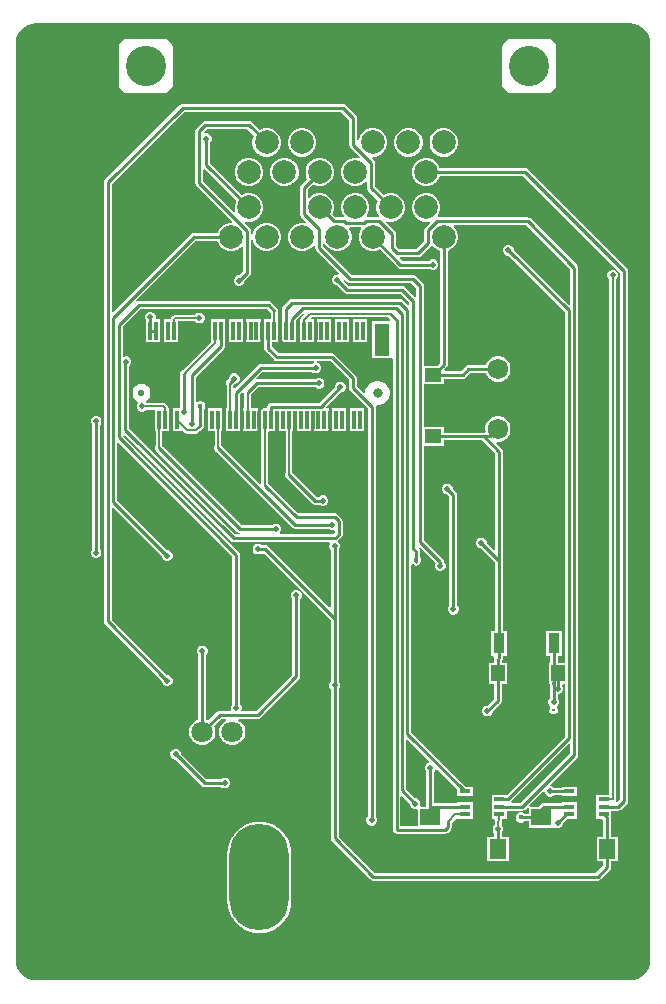
<source format=gtl>
G04*
G04 #@! TF.GenerationSoftware,Altium Limited,Altium Designer,23.8.1 (32)*
G04*
G04 Layer_Physical_Order=1*
G04 Layer_Color=255*
%FSLAX44Y44*%
%MOMM*%
G71*
G04*
G04 #@! TF.SameCoordinates,C7883470-4D28-45A4-81C0-78593BF10AE1*
G04*
G04*
G04 #@! TF.FilePolarity,Positive*
G04*
G01*
G75*
%ADD14C,0.2540*%
%ADD16R,3.2500X1.7500*%
%ADD17R,0.9500X1.7500*%
%ADD18R,1.2000X2.7500*%
%ADD19R,0.3000X1.5500*%
%ADD20R,1.1500X1.4500*%
%ADD21R,1.4500X1.1500*%
%ADD22R,1.4000X1.7000*%
%ADD23R,1.7000X1.4000*%
%ADD24R,1.6000X2.4000*%
%ADD25R,0.9000X0.3500*%
%ADD41C,0.1500*%
%ADD42C,0.1750*%
%ADD43C,1.8000*%
%ADD44C,1.7250*%
%ADD45C,0.8250*%
%ADD46C,0.5750*%
%ADD47O,5.0000X9.0000*%
%ADD48C,3.4036*%
%ADD49C,2.0066*%
%ADD50C,0.5000*%
%ADD51C,0.4500*%
G36*
X1419625Y1526713D02*
X1422754Y1525763D01*
X1425639Y1524222D01*
X1428167Y1522147D01*
X1430242Y1519619D01*
X1431783Y1516734D01*
X1432733Y1513605D01*
X1433048Y1510408D01*
X1433036Y1510350D01*
Y733740D01*
X1433048Y733681D01*
X1432733Y730485D01*
X1431783Y727356D01*
X1430242Y724471D01*
X1428167Y721943D01*
X1425639Y719868D01*
X1422754Y718327D01*
X1419625Y717377D01*
X1416429Y717062D01*
X1416370Y717074D01*
X912810D01*
X912751Y717062D01*
X909555Y717377D01*
X906426Y718327D01*
X903541Y719868D01*
X901013Y721943D01*
X898938Y724471D01*
X897397Y727356D01*
X896447Y730485D01*
X896132Y733681D01*
X896144Y733740D01*
Y1510350D01*
X896132Y1510408D01*
X896447Y1513605D01*
X897397Y1516734D01*
X898938Y1519619D01*
X901013Y1522147D01*
X903541Y1524222D01*
X906426Y1525763D01*
X909555Y1526713D01*
X912751Y1527028D01*
X912810Y1527016D01*
X1416370D01*
X1416429Y1527028D01*
X1419625Y1526713D01*
D02*
G37*
%LPC*%
G36*
X1347918Y1514077D02*
X1313882D01*
X1313102Y1513922D01*
X1312440Y1513480D01*
X1308630Y1509670D01*
X1308188Y1509008D01*
X1308033Y1508228D01*
Y1474192D01*
X1308188Y1473412D01*
X1308630Y1472750D01*
X1312440Y1468940D01*
X1313102Y1468498D01*
X1313882Y1468343D01*
X1347918D01*
X1348698Y1468498D01*
X1349360Y1468940D01*
X1353170Y1472750D01*
X1353612Y1473412D01*
X1353767Y1474192D01*
Y1508228D01*
X1353612Y1509008D01*
X1353170Y1509670D01*
X1349360Y1513480D01*
X1348698Y1513922D01*
X1347918Y1514077D01*
D02*
G37*
G36*
X1022918D02*
X988882D01*
X988102Y1513922D01*
X987440Y1513480D01*
X983630Y1509670D01*
X983188Y1509008D01*
X983033Y1508228D01*
Y1474192D01*
X983188Y1473412D01*
X983630Y1472750D01*
X987440Y1468940D01*
X988102Y1468498D01*
X988882Y1468343D01*
X1022918D01*
X1023698Y1468498D01*
X1024360Y1468940D01*
X1028170Y1472750D01*
X1028612Y1473412D01*
X1028767Y1474192D01*
Y1508228D01*
X1028612Y1509008D01*
X1028170Y1509670D01*
X1024360Y1513480D01*
X1023698Y1513922D01*
X1022918Y1514077D01*
D02*
G37*
G36*
X1259984Y1438243D02*
X1256816D01*
X1253755Y1437423D01*
X1251011Y1435839D01*
X1248771Y1433598D01*
X1247187Y1430855D01*
X1246367Y1427794D01*
Y1424626D01*
X1247187Y1421565D01*
X1248771Y1418822D01*
X1251011Y1416581D01*
X1253755Y1414997D01*
X1256816Y1414177D01*
X1259984D01*
X1263044Y1414997D01*
X1265788Y1416581D01*
X1268029Y1418822D01*
X1269613Y1421565D01*
X1270433Y1424626D01*
Y1427794D01*
X1269613Y1430855D01*
X1268029Y1433598D01*
X1265788Y1435839D01*
X1263044Y1437423D01*
X1259984Y1438243D01*
D02*
G37*
G36*
X1229984D02*
X1226816D01*
X1223755Y1437423D01*
X1221012Y1435839D01*
X1218771Y1433598D01*
X1217187Y1430855D01*
X1216367Y1427794D01*
Y1424626D01*
X1217187Y1421565D01*
X1218771Y1418822D01*
X1221012Y1416581D01*
X1223755Y1414997D01*
X1226816Y1414177D01*
X1229984D01*
X1233044Y1414997D01*
X1235788Y1416581D01*
X1238029Y1418822D01*
X1239613Y1421565D01*
X1240433Y1424626D01*
Y1427794D01*
X1239613Y1430855D01*
X1238029Y1433598D01*
X1235788Y1435839D01*
X1233044Y1437423D01*
X1229984Y1438243D01*
D02*
G37*
G36*
X1139984D02*
X1136816D01*
X1133755Y1437423D01*
X1131012Y1435839D01*
X1128771Y1433598D01*
X1127187Y1430855D01*
X1126367Y1427794D01*
Y1424626D01*
X1127187Y1421565D01*
X1128771Y1418822D01*
X1131012Y1416581D01*
X1133755Y1414997D01*
X1136816Y1414177D01*
X1139984D01*
X1143045Y1414997D01*
X1145788Y1416581D01*
X1148029Y1418822D01*
X1149613Y1421565D01*
X1150433Y1424626D01*
Y1427794D01*
X1149613Y1430855D01*
X1148029Y1433598D01*
X1145788Y1435839D01*
X1143045Y1437423D01*
X1139984Y1438243D01*
D02*
G37*
G36*
X1172972Y1459008D02*
X1037336D01*
X1036060Y1458754D01*
X1034978Y1458031D01*
X971868Y1394921D01*
X971145Y1393840D01*
X970892Y1392564D01*
Y1020690D01*
X971145Y1019415D01*
X971868Y1018333D01*
X1019780Y970421D01*
Y969741D01*
X1020465Y968087D01*
X1021731Y966821D01*
X1023385Y966136D01*
X1025175D01*
X1026829Y966821D01*
X1028095Y968087D01*
X1028780Y969741D01*
Y971531D01*
X1028095Y973185D01*
X1026829Y974451D01*
X1025175Y975136D01*
X1024495D01*
X977560Y1022071D01*
Y1116646D01*
X978733Y1117132D01*
X1019780Y1076085D01*
Y1075405D01*
X1020465Y1073751D01*
X1021731Y1072485D01*
X1023385Y1071800D01*
X1025175D01*
X1026829Y1072485D01*
X1028095Y1073751D01*
X1028780Y1075405D01*
Y1077195D01*
X1028095Y1078849D01*
X1026829Y1080115D01*
X1025175Y1080800D01*
X1024495D01*
X982100Y1123195D01*
Y1171613D01*
X983273Y1172100D01*
X1079468Y1075905D01*
Y950450D01*
X1078987Y949969D01*
X1078302Y948315D01*
Y946525D01*
X1078533Y945968D01*
X1077827Y944912D01*
X1068578D01*
X1067302Y944658D01*
X1066220Y943935D01*
X1059163Y936878D01*
X1058346Y937350D01*
X1057434Y937595D01*
Y992650D01*
X1057915Y993131D01*
X1058600Y994785D01*
Y996575D01*
X1057915Y998229D01*
X1056649Y999495D01*
X1054995Y1000180D01*
X1053205D01*
X1051551Y999495D01*
X1050285Y998229D01*
X1049600Y996575D01*
Y994785D01*
X1050285Y993131D01*
X1050766Y992650D01*
Y937595D01*
X1049854Y937350D01*
X1047346Y935902D01*
X1045298Y933854D01*
X1043850Y931346D01*
X1043100Y928548D01*
Y925652D01*
X1043850Y922854D01*
X1045298Y920346D01*
X1047346Y918298D01*
X1049854Y916850D01*
X1052652Y916100D01*
X1055548D01*
X1058346Y916850D01*
X1060854Y918298D01*
X1062902Y920346D01*
X1064350Y922854D01*
X1065100Y925652D01*
Y928548D01*
X1064350Y931346D01*
X1063878Y932163D01*
X1069959Y938244D01*
X1074262D01*
X1074602Y936974D01*
X1072746Y935902D01*
X1070698Y933854D01*
X1069250Y931346D01*
X1068500Y928548D01*
Y925652D01*
X1069250Y922854D01*
X1070698Y920346D01*
X1072746Y918298D01*
X1075254Y916850D01*
X1078052Y916100D01*
X1080948D01*
X1083746Y916850D01*
X1086254Y918298D01*
X1088302Y920346D01*
X1089750Y922854D01*
X1090500Y925652D01*
Y928548D01*
X1089750Y931346D01*
X1088302Y933854D01*
X1086254Y935902D01*
X1084398Y936974D01*
X1084738Y938244D01*
X1100836D01*
X1102112Y938498D01*
X1103194Y939221D01*
X1135959Y971986D01*
X1136682Y973068D01*
X1136936Y974344D01*
Y1039640D01*
X1137417Y1040121D01*
X1138102Y1041775D01*
Y1043565D01*
X1137417Y1045219D01*
X1136151Y1046485D01*
X1134497Y1047170D01*
X1132707D01*
X1131053Y1046485D01*
X1129787Y1045219D01*
X1129102Y1043565D01*
Y1041775D01*
X1129787Y1040121D01*
X1130268Y1039640D01*
Y975725D01*
X1099455Y944912D01*
X1087777D01*
X1087071Y945968D01*
X1087302Y946525D01*
Y948315D01*
X1086617Y949969D01*
X1086136Y950450D01*
Y1077286D01*
X1085882Y1078561D01*
X1085160Y1079643D01*
X987242Y1177561D01*
X987306Y1177883D01*
X988684Y1178301D01*
X1078158Y1088827D01*
X1079240Y1088104D01*
X1080516Y1087850D01*
X1161615D01*
X1162177Y1086580D01*
X1161614Y1085221D01*
Y1083431D01*
X1162299Y1081777D01*
X1162780Y1081296D01*
Y1032765D01*
X1161607Y1032279D01*
X1109488Y1084398D01*
X1108407Y1085120D01*
X1107131Y1085374D01*
X1104120D01*
X1103639Y1085855D01*
X1101985Y1086540D01*
X1100195D01*
X1098541Y1085855D01*
X1097275Y1084589D01*
X1096590Y1082935D01*
Y1081145D01*
X1097275Y1079491D01*
X1098541Y1078225D01*
X1100195Y1077540D01*
X1101985D01*
X1103639Y1078225D01*
X1104120Y1078706D01*
X1105750D01*
X1162780Y1021676D01*
Y969500D01*
X1162299Y969019D01*
X1161614Y967365D01*
Y965575D01*
X1162299Y963921D01*
X1162780Y963440D01*
Y837184D01*
X1163034Y835908D01*
X1163756Y834827D01*
X1196268Y802315D01*
X1197350Y801592D01*
X1198626Y801338D01*
X1388872D01*
X1390148Y801592D01*
X1391230Y802315D01*
X1399357Y810443D01*
X1400080Y811524D01*
X1400334Y812800D01*
Y817540D01*
X1406000D01*
Y838540D01*
X1400334D01*
Y853970D01*
X1400220Y854544D01*
Y860416D01*
X1406144D01*
X1407420Y860670D01*
X1408501Y861392D01*
X1413328Y866218D01*
X1414050Y867300D01*
X1414304Y868576D01*
Y1317244D01*
X1414050Y1318520D01*
X1413327Y1319601D01*
X1329362Y1403567D01*
X1328280Y1404290D01*
X1327004Y1404544D01*
X1254964D01*
X1254613Y1405854D01*
X1253029Y1408598D01*
X1250788Y1410839D01*
X1248045Y1412423D01*
X1244984Y1413243D01*
X1241816D01*
X1238755Y1412423D01*
X1236012Y1410839D01*
X1233771Y1408598D01*
X1232187Y1405854D01*
X1231367Y1402794D01*
Y1399626D01*
X1232187Y1396565D01*
X1233771Y1393821D01*
X1236012Y1391581D01*
X1238755Y1389997D01*
X1241816Y1389177D01*
X1244984D01*
X1248045Y1389997D01*
X1250788Y1391581D01*
X1253029Y1393821D01*
X1254613Y1396565D01*
X1254964Y1397876D01*
X1325623D01*
X1407636Y1315863D01*
Y869957D01*
X1405167Y867488D01*
X1404430Y867559D01*
X1403866Y868888D01*
X1404026Y869128D01*
X1404249Y870250D01*
Y1310255D01*
X1405133Y1311139D01*
X1405818Y1312793D01*
Y1314583D01*
X1405133Y1316237D01*
X1403867Y1317503D01*
X1402213Y1318188D01*
X1400423D01*
X1398769Y1317503D01*
X1397503Y1316237D01*
X1396818Y1314583D01*
Y1312793D01*
X1397503Y1311139D01*
X1398387Y1310255D01*
Y874000D01*
X1387220D01*
Y866500D01*
Y860000D01*
Y853500D01*
X1392755D01*
X1393666Y852589D01*
Y838540D01*
X1388000D01*
Y817540D01*
X1393666D01*
Y814181D01*
X1387491Y808006D01*
X1200007D01*
X1169448Y838565D01*
Y963440D01*
X1169929Y963921D01*
X1170614Y965575D01*
Y967365D01*
X1169929Y969019D01*
X1169448Y969500D01*
Y1023057D01*
Y1081296D01*
X1169929Y1081777D01*
X1170614Y1083431D01*
Y1085221D01*
X1169929Y1086875D01*
X1169193Y1087611D01*
X1169097Y1087860D01*
X1169119Y1089146D01*
X1169181Y1089282D01*
X1171837Y1091938D01*
X1172560Y1093020D01*
X1172814Y1094296D01*
Y1105662D01*
X1172560Y1106938D01*
X1171837Y1108020D01*
X1168726Y1111132D01*
X1167644Y1111854D01*
X1166368Y1112108D01*
X1135126D01*
X1109554Y1137680D01*
Y1180402D01*
X1109951Y1180995D01*
X1110075Y1181620D01*
X1115860D01*
Y1199102D01*
X1118860D01*
Y1181620D01*
X1124556D01*
Y1146721D01*
X1124280Y1146308D01*
X1124026Y1145032D01*
X1124280Y1143756D01*
X1125003Y1142674D01*
X1146992Y1120685D01*
X1148074Y1119962D01*
X1149350Y1119708D01*
X1152924D01*
X1153405Y1119227D01*
X1155059Y1118542D01*
X1156849D01*
X1158503Y1119227D01*
X1159769Y1120493D01*
X1160454Y1122147D01*
Y1123937D01*
X1159769Y1125591D01*
X1158503Y1126857D01*
X1156849Y1127542D01*
X1155059D01*
X1153405Y1126857D01*
X1152924Y1126376D01*
X1150731D01*
X1130164Y1146943D01*
Y1181620D01*
X1130860D01*
Y1199102D01*
X1133860D01*
Y1181620D01*
X1145860D01*
Y1199102D01*
X1148860D01*
Y1181620D01*
X1160860D01*
Y1201120D01*
X1159235D01*
X1158749Y1202294D01*
X1171155Y1214700D01*
X1171835D01*
X1173489Y1215385D01*
X1174755Y1216651D01*
X1175440Y1218305D01*
Y1220095D01*
X1174755Y1221749D01*
X1173489Y1223015D01*
X1171835Y1223700D01*
X1170045D01*
X1168391Y1223015D01*
X1167125Y1221749D01*
X1166440Y1220095D01*
Y1219415D01*
X1152795Y1205770D01*
X1112360D01*
X1111084Y1205516D01*
X1110003Y1204793D01*
X1109280Y1203712D01*
X1109026Y1202436D01*
Y1201120D01*
X1103860D01*
Y1181620D01*
X1103860D01*
X1103956Y1181504D01*
X1103946Y1181458D01*
Y1137551D01*
X1103812Y1137434D01*
X1102504Y1137197D01*
X1070164Y1169537D01*
Y1181620D01*
X1070860D01*
Y1201120D01*
X1058860D01*
Y1181620D01*
X1064556D01*
Y1169315D01*
X1064280Y1168902D01*
X1064026Y1167626D01*
X1064280Y1166350D01*
X1065002Y1165268D01*
X1130014Y1100257D01*
X1131096Y1099534D01*
X1132372Y1099280D01*
X1160680D01*
X1161161Y1098799D01*
X1162814Y1098114D01*
X1164605D01*
X1165090Y1098315D01*
X1166146Y1097609D01*
Y1095677D01*
X1164987Y1094518D01*
X1119950D01*
X1119424Y1095788D01*
X1120145Y1096509D01*
X1120830Y1098163D01*
Y1099953D01*
X1120145Y1101607D01*
X1118879Y1102873D01*
X1117225Y1103558D01*
X1115435D01*
X1113781Y1102873D01*
X1113300Y1102392D01*
X1087303D01*
X1020164Y1169531D01*
Y1181620D01*
X1025860D01*
Y1201120D01*
X1025162D01*
X1025162Y1201203D01*
X1025066Y1201684D01*
X1024949Y1202275D01*
X1024948Y1202275D01*
X1024948Y1202276D01*
X1024663Y1202703D01*
X1024341Y1203185D01*
X1022853Y1204673D01*
X1021943Y1205280D01*
X1020870Y1205494D01*
X1007403D01*
X1006566Y1206373D01*
X1006732Y1207695D01*
X1007119Y1207918D01*
X1008562Y1209361D01*
X1009582Y1211129D01*
X1010110Y1213100D01*
Y1215140D01*
X1009582Y1217111D01*
X1008562Y1218879D01*
X1007119Y1220322D01*
X1005352Y1221342D01*
X1003381Y1221870D01*
X1001340D01*
X999369Y1221342D01*
X997602Y1220322D01*
X996159Y1218879D01*
X995138Y1217111D01*
X994610Y1215140D01*
Y1213100D01*
X995138Y1211129D01*
X996159Y1209361D01*
X997602Y1207918D01*
X999369Y1206898D01*
X999732Y1205486D01*
X999485Y1205239D01*
X998800Y1203585D01*
Y1201795D01*
X999485Y1200141D01*
X1000751Y1198875D01*
X1002405Y1198190D01*
X1004195D01*
X1005849Y1198875D01*
X1006860Y1199886D01*
X1013860D01*
Y1181620D01*
X1014556D01*
Y1169309D01*
X1014280Y1168896D01*
X1014026Y1167620D01*
X1014280Y1166344D01*
X1015002Y1165262D01*
X1083564Y1096701D01*
X1084646Y1095978D01*
X1085599Y1095788D01*
X1085474Y1094518D01*
X1081897D01*
X992134Y1184281D01*
Y1237230D01*
X992891Y1237987D01*
X993576Y1239641D01*
Y1241431D01*
X992891Y1243085D01*
X991625Y1244351D01*
X989971Y1245036D01*
X988181D01*
X987696Y1244835D01*
X986640Y1245541D01*
Y1270469D01*
X1001379Y1285208D01*
X1108653D01*
X1112056Y1281805D01*
Y1276620D01*
X1106360D01*
Y1257120D01*
X1106526D01*
Y1251712D01*
X1106780Y1250436D01*
X1107503Y1249354D01*
X1114869Y1241989D01*
X1115950Y1241266D01*
X1117226Y1241012D01*
X1148861D01*
X1148963Y1239784D01*
X1147309Y1239099D01*
X1146828Y1238618D01*
X1103458D01*
X1102182Y1238365D01*
X1101101Y1237642D01*
X1081337Y1217878D01*
X1080164Y1218364D01*
Y1220737D01*
X1081239Y1221812D01*
X1081919D01*
X1083573Y1222497D01*
X1084839Y1223763D01*
X1085524Y1225417D01*
Y1227207D01*
X1084839Y1228861D01*
X1083573Y1230127D01*
X1081919Y1230812D01*
X1080129D01*
X1078475Y1230127D01*
X1077209Y1228861D01*
X1076524Y1227207D01*
Y1226527D01*
X1075002Y1225005D01*
X1074279Y1223924D01*
X1074026Y1222648D01*
X1074279Y1221372D01*
X1074556Y1220958D01*
Y1201120D01*
X1073860D01*
Y1181620D01*
X1085860D01*
Y1201120D01*
X1085694D01*
Y1212805D01*
X1087785Y1214896D01*
X1088286Y1214806D01*
X1089081Y1214396D01*
X1089280Y1213397D01*
X1089556Y1212983D01*
Y1201120D01*
X1088860D01*
Y1181620D01*
X1100860D01*
Y1201120D01*
X1095164D01*
Y1212762D01*
X1101316Y1218914D01*
X1149876D01*
X1150357Y1218433D01*
X1152011Y1217748D01*
X1153801D01*
X1155455Y1218433D01*
X1156721Y1219699D01*
X1157406Y1221353D01*
Y1223143D01*
X1156721Y1224797D01*
X1155455Y1226063D01*
X1153801Y1226748D01*
X1152011D01*
X1150357Y1226063D01*
X1149876Y1225582D01*
X1100267D01*
X1099788Y1226400D01*
X1099712Y1226823D01*
X1104839Y1231950D01*
X1146828D01*
X1147309Y1231469D01*
X1148963Y1230784D01*
X1150753D01*
X1152407Y1231469D01*
X1153673Y1232735D01*
X1154358Y1234389D01*
Y1236179D01*
X1153673Y1237833D01*
X1152407Y1239099D01*
X1150753Y1239784D01*
X1150855Y1241012D01*
X1162608D01*
X1177916Y1225704D01*
Y1218542D01*
X1178170Y1217266D01*
X1178893Y1216184D01*
X1194022Y1201055D01*
Y855454D01*
X1193541Y854973D01*
X1192856Y853319D01*
Y851529D01*
X1193541Y849875D01*
X1194807Y848609D01*
X1196461Y847924D01*
X1198251D01*
X1199905Y848609D01*
X1201171Y849875D01*
X1201856Y851529D01*
Y853319D01*
X1201171Y854973D01*
X1200690Y855454D01*
Y1202436D01*
X1200647Y1202653D01*
X1200703Y1202839D01*
X1201700Y1203870D01*
X1203709D01*
X1206316Y1204568D01*
X1208653Y1205918D01*
X1210562Y1207826D01*
X1211911Y1210164D01*
X1212610Y1212771D01*
Y1215469D01*
X1211911Y1218076D01*
X1210562Y1220414D01*
X1208653Y1222322D01*
X1206316Y1223671D01*
X1203709Y1224370D01*
X1201010D01*
X1198403Y1223671D01*
X1196066Y1222322D01*
X1194158Y1220414D01*
X1192808Y1218076D01*
X1192110Y1215469D01*
Y1214193D01*
X1190840Y1213667D01*
X1184584Y1219923D01*
Y1227085D01*
X1184331Y1228361D01*
X1183608Y1229443D01*
X1166347Y1246703D01*
X1165265Y1247426D01*
X1163989Y1247680D01*
X1118607D01*
X1113194Y1253093D01*
Y1257120D01*
X1118360D01*
Y1276620D01*
X1117664D01*
Y1282026D01*
X1117940Y1282440D01*
X1118194Y1283716D01*
X1117940Y1284992D01*
X1117217Y1286073D01*
X1112391Y1290900D01*
X1111310Y1291622D01*
X1110034Y1291876D01*
X999998D01*
X998971Y1291672D01*
X998358Y1292420D01*
X998222Y1292719D01*
X1048379Y1342876D01*
X1066836D01*
X1067187Y1341566D01*
X1068771Y1338822D01*
X1071012Y1336581D01*
X1073756Y1334997D01*
X1076816Y1334177D01*
X1079984D01*
X1083045Y1334997D01*
X1085789Y1336581D01*
X1087342Y1338135D01*
X1088612Y1337609D01*
Y1317355D01*
X1084873Y1313616D01*
X1084193D01*
X1082539Y1312931D01*
X1081273Y1311665D01*
X1080588Y1310011D01*
Y1308221D01*
X1081273Y1306567D01*
X1082539Y1305301D01*
X1084193Y1304616D01*
X1085983D01*
X1087637Y1305301D01*
X1088903Y1306567D01*
X1089588Y1308221D01*
Y1308901D01*
X1094304Y1313616D01*
X1095026Y1314698D01*
X1095280Y1315974D01*
Y1343776D01*
X1096550Y1343943D01*
X1097187Y1341566D01*
X1098771Y1338822D01*
X1101012Y1336581D01*
X1103756Y1334997D01*
X1106816Y1334177D01*
X1109984D01*
X1113045Y1334997D01*
X1115788Y1336581D01*
X1118029Y1338822D01*
X1119613Y1341566D01*
X1120433Y1344626D01*
Y1347794D01*
X1119613Y1350855D01*
X1118029Y1353599D01*
X1115788Y1355839D01*
X1113045Y1357423D01*
X1109984Y1358243D01*
X1106816D01*
X1103756Y1357423D01*
X1101012Y1355839D01*
X1098771Y1353599D01*
X1097187Y1350855D01*
X1096550Y1348477D01*
X1095280Y1348644D01*
Y1351534D01*
X1095026Y1352810D01*
X1094304Y1353891D01*
X1089790Y1358405D01*
X1090448Y1359543D01*
X1091816Y1359177D01*
X1094984D01*
X1098045Y1359997D01*
X1100788Y1361581D01*
X1103029Y1363821D01*
X1104613Y1366565D01*
X1105433Y1369626D01*
Y1372794D01*
X1104613Y1375854D01*
X1103029Y1378598D01*
X1100788Y1380839D01*
X1098045Y1382423D01*
X1094984Y1383243D01*
X1091816D01*
X1088755Y1382423D01*
X1087580Y1381745D01*
X1060736Y1408589D01*
Y1426482D01*
X1061217Y1426963D01*
X1061902Y1428617D01*
Y1430407D01*
X1061217Y1432061D01*
X1059951Y1433327D01*
X1058297Y1434012D01*
X1056507D01*
X1055705Y1435054D01*
X1055661Y1435502D01*
X1058021Y1437862D01*
X1092033D01*
X1097866Y1432030D01*
X1097187Y1430855D01*
X1096367Y1427794D01*
Y1424626D01*
X1097187Y1421565D01*
X1098771Y1418822D01*
X1101012Y1416581D01*
X1103756Y1414997D01*
X1106816Y1414177D01*
X1109984D01*
X1113045Y1414997D01*
X1115788Y1416581D01*
X1118029Y1418822D01*
X1119613Y1421565D01*
X1120433Y1424626D01*
Y1427794D01*
X1119613Y1430855D01*
X1118029Y1433598D01*
X1115788Y1435839D01*
X1113045Y1437423D01*
X1109984Y1438243D01*
X1106816D01*
X1103756Y1437423D01*
X1102581Y1436745D01*
X1095772Y1443553D01*
X1094690Y1444276D01*
X1093414Y1444530D01*
X1056640D01*
X1055364Y1444276D01*
X1054283Y1443553D01*
X1049202Y1438474D01*
X1048480Y1437392D01*
X1048226Y1436116D01*
Y1391920D01*
X1048480Y1390644D01*
X1049202Y1389563D01*
X1079252Y1359513D01*
X1078726Y1358243D01*
X1076816D01*
X1073756Y1357423D01*
X1071012Y1355839D01*
X1068771Y1353599D01*
X1067187Y1350855D01*
X1066836Y1349544D01*
X1046998D01*
X1045722Y1349290D01*
X1044641Y1348568D01*
X978733Y1282660D01*
X977560Y1283146D01*
Y1391183D01*
X1038717Y1452340D01*
X1171591D01*
X1178528Y1445403D01*
Y1423934D01*
X1178782Y1422658D01*
X1179504Y1421577D01*
X1187087Y1413994D01*
X1186430Y1412856D01*
X1184984Y1413243D01*
X1181816D01*
X1178756Y1412423D01*
X1176012Y1410839D01*
X1173771Y1408598D01*
X1172187Y1405854D01*
X1171367Y1402794D01*
Y1399626D01*
X1172187Y1396565D01*
X1173771Y1393821D01*
X1176012Y1391581D01*
X1178756Y1389997D01*
X1181816Y1389177D01*
X1184984D01*
X1188045Y1389997D01*
X1190789Y1391581D01*
X1192099Y1392892D01*
X1193369Y1392366D01*
Y1387907D01*
X1193623Y1386631D01*
X1194346Y1385549D01*
X1202866Y1377029D01*
X1202187Y1375854D01*
X1201367Y1372794D01*
Y1369626D01*
X1202187Y1366565D01*
X1203601Y1364117D01*
X1203250Y1363204D01*
X1202950Y1362847D01*
X1193851D01*
X1193550Y1363204D01*
X1193200Y1364117D01*
X1194613Y1366565D01*
X1195433Y1369626D01*
Y1372794D01*
X1194613Y1375854D01*
X1193029Y1378598D01*
X1190789Y1380839D01*
X1188045Y1382423D01*
X1184984Y1383243D01*
X1181816D01*
X1178756Y1382423D01*
X1176012Y1380839D01*
X1173771Y1378598D01*
X1172187Y1375854D01*
X1171367Y1372794D01*
Y1369626D01*
X1172187Y1366565D01*
X1173601Y1364117D01*
X1173250Y1363204D01*
X1172950Y1362847D01*
X1166478D01*
X1163934Y1365390D01*
X1164613Y1366565D01*
X1165433Y1369626D01*
Y1372794D01*
X1164613Y1375854D01*
X1163029Y1378598D01*
X1160788Y1380839D01*
X1158044Y1382423D01*
X1154984Y1383243D01*
X1151816D01*
X1148755Y1382423D01*
X1146011Y1380839D01*
X1144701Y1379528D01*
X1143431Y1380054D01*
Y1386526D01*
X1147580Y1390675D01*
X1148755Y1389997D01*
X1151816Y1389177D01*
X1154984D01*
X1158044Y1389997D01*
X1160788Y1391581D01*
X1163029Y1393821D01*
X1164613Y1396565D01*
X1165433Y1399626D01*
Y1402794D01*
X1164613Y1405854D01*
X1163029Y1408598D01*
X1160788Y1410839D01*
X1158044Y1412423D01*
X1154984Y1413243D01*
X1151816D01*
X1148755Y1412423D01*
X1146011Y1410839D01*
X1143771Y1408598D01*
X1142187Y1405854D01*
X1141367Y1402794D01*
Y1399626D01*
X1142187Y1396565D01*
X1142865Y1395390D01*
X1137739Y1390264D01*
X1137017Y1389183D01*
X1136763Y1387907D01*
Y1365699D01*
X1137017Y1364423D01*
X1137739Y1363342D01*
X1142086Y1358995D01*
X1141429Y1357856D01*
X1139984Y1358243D01*
X1136816D01*
X1133755Y1357423D01*
X1131012Y1355839D01*
X1128771Y1353599D01*
X1127187Y1350855D01*
X1126367Y1347794D01*
Y1344626D01*
X1127187Y1341566D01*
X1128771Y1338822D01*
X1131012Y1336581D01*
X1133755Y1334997D01*
X1136816Y1334177D01*
X1139984D01*
X1143045Y1334997D01*
X1145788Y1336581D01*
X1148029Y1338822D01*
X1148556Y1339735D01*
X1149826Y1339394D01*
Y1336659D01*
X1150080Y1335383D01*
X1150803Y1334301D01*
X1169552Y1315551D01*
X1169535Y1315473D01*
X1168930Y1314378D01*
X1167505D01*
X1165851Y1313693D01*
X1164585Y1312427D01*
X1163900Y1310773D01*
Y1308983D01*
X1164585Y1307329D01*
X1165851Y1306063D01*
X1167505Y1305378D01*
X1168185D01*
X1174424Y1299138D01*
X1175506Y1298416D01*
X1176782Y1298162D01*
X1221883D01*
X1229400Y1290645D01*
Y1289034D01*
X1228227Y1288548D01*
X1223844Y1292932D01*
X1222762Y1293654D01*
X1221486Y1293908D01*
X1129792D01*
X1128516Y1293654D01*
X1127434Y1292932D01*
X1122502Y1287999D01*
X1121780Y1286918D01*
X1121526Y1285642D01*
Y1276620D01*
X1121360D01*
Y1257120D01*
X1133360D01*
Y1275711D01*
X1139692Y1282043D01*
X1139987Y1281984D01*
X1140405Y1280606D01*
X1137877Y1278079D01*
X1137270Y1277169D01*
X1137160Y1276620D01*
X1136360D01*
Y1257120D01*
X1148360D01*
Y1276620D01*
X1146867D01*
X1146237Y1277890D01*
X1146604Y1278372D01*
X1210939D01*
X1213171Y1276140D01*
X1212645Y1274870D01*
X1197860D01*
Y1243370D01*
X1213816D01*
X1213860Y1243370D01*
X1215086Y1243265D01*
Y844568D01*
X1215340Y843292D01*
X1216063Y842210D01*
X1216335Y841938D01*
X1217416Y841216D01*
X1218692Y840962D01*
X1259840D01*
X1261116Y841216D01*
X1262197Y841938D01*
X1264230Y843970D01*
X1264952Y845052D01*
X1265206Y846328D01*
Y850342D01*
X1268580Y853717D01*
X1269850Y853500D01*
Y853500D01*
X1282850D01*
Y860000D01*
Y867500D01*
X1269850D01*
Y867084D01*
X1250474D01*
Y893590D01*
X1250955Y894071D01*
X1251413Y895176D01*
X1252813Y895572D01*
X1269850Y878535D01*
Y873000D01*
X1282850D01*
Y880500D01*
X1277315D01*
X1230916Y926899D01*
Y1068913D01*
X1232186Y1069439D01*
X1232609Y1069017D01*
X1232641Y1069003D01*
X1232658Y1068978D01*
X1233740Y1068255D01*
X1235016Y1068001D01*
X1236292Y1068255D01*
X1237374Y1068978D01*
X1237391Y1069003D01*
X1237423Y1069017D01*
X1238619Y1070212D01*
X1239266Y1071774D01*
Y1073465D01*
X1238619Y1075027D01*
X1238350Y1075296D01*
Y1080162D01*
X1238096Y1081438D01*
X1237374Y1082520D01*
X1236873Y1083020D01*
X1236913Y1083216D01*
X1238291Y1083634D01*
X1251664Y1070261D01*
X1251022Y1068711D01*
Y1066921D01*
X1251707Y1065267D01*
X1252973Y1064001D01*
X1254627Y1063316D01*
X1256417D01*
X1258071Y1064001D01*
X1259337Y1065267D01*
X1260022Y1066921D01*
Y1068711D01*
X1259337Y1070365D01*
X1258585Y1071117D01*
Y1071389D01*
X1258331Y1072665D01*
X1257609Y1073746D01*
X1241838Y1089517D01*
Y1169540D01*
X1258930D01*
Y1173956D01*
X1290971D01*
X1302086Y1162841D01*
Y1081729D01*
X1300912Y1081243D01*
X1294820Y1087335D01*
Y1088015D01*
X1294135Y1089669D01*
X1292869Y1090935D01*
X1291215Y1091620D01*
X1289425D01*
X1287771Y1090935D01*
X1286505Y1089669D01*
X1285820Y1088015D01*
Y1086225D01*
X1286505Y1084571D01*
X1287771Y1083305D01*
X1289425Y1082620D01*
X1290105D01*
X1302086Y1070639D01*
Y1013030D01*
X1298670D01*
Y991530D01*
X1300529D01*
X1301208Y990260D01*
X1301100Y990098D01*
X1300846Y988822D01*
Y985880D01*
X1296430D01*
Y967380D01*
X1300846D01*
Y955041D01*
X1295185Y949380D01*
X1294505D01*
X1292851Y948695D01*
X1291585Y947429D01*
X1290900Y945775D01*
Y943985D01*
X1291585Y942331D01*
X1292851Y941065D01*
X1294505Y940380D01*
X1296295D01*
X1297949Y941065D01*
X1299215Y942331D01*
X1299900Y943985D01*
Y944665D01*
X1306537Y951302D01*
X1307260Y952384D01*
X1307514Y953660D01*
Y967380D01*
X1311930D01*
Y985880D01*
X1307514D01*
Y987441D01*
X1307777Y987704D01*
X1308500Y988786D01*
X1308754Y990062D01*
Y991530D01*
X1312170D01*
Y1013030D01*
X1308754D01*
Y1072020D01*
Y1164222D01*
X1308500Y1165498D01*
X1307777Y1166580D01*
X1302415Y1171942D01*
X1303138Y1173015D01*
X1305689D01*
X1308391Y1173739D01*
X1310814Y1175138D01*
X1312792Y1177116D01*
X1314191Y1179539D01*
X1314915Y1182241D01*
Y1185039D01*
X1314191Y1187741D01*
X1312792Y1190164D01*
X1310814Y1192142D01*
X1308391Y1193541D01*
X1305689Y1194265D01*
X1302891D01*
X1300189Y1193541D01*
X1297766Y1192142D01*
X1295788Y1190164D01*
X1294389Y1187741D01*
X1293665Y1185039D01*
Y1182241D01*
X1293828Y1181632D01*
X1293055Y1180624D01*
X1258930D01*
Y1185040D01*
X1241838D01*
Y1221720D01*
X1258930D01*
Y1226136D01*
X1274318D01*
X1275594Y1226390D01*
X1276675Y1227113D01*
X1280669Y1231106D01*
X1294184D01*
X1294389Y1230339D01*
X1295788Y1227916D01*
X1297766Y1225938D01*
X1300189Y1224539D01*
X1302891Y1223815D01*
X1305689D01*
X1308391Y1224539D01*
X1310814Y1225938D01*
X1312792Y1227916D01*
X1314191Y1230339D01*
X1314915Y1233041D01*
Y1235839D01*
X1314191Y1238541D01*
X1312792Y1240964D01*
X1310814Y1242942D01*
X1308391Y1244341D01*
X1305689Y1245065D01*
X1302891D01*
X1300189Y1244341D01*
X1297766Y1242942D01*
X1295788Y1240964D01*
X1294389Y1238541D01*
X1294184Y1237774D01*
X1279288D01*
X1278012Y1237520D01*
X1276930Y1236797D01*
X1272937Y1232804D01*
X1259097D01*
X1258999Y1234074D01*
X1260757Y1235833D01*
X1261480Y1236914D01*
X1261734Y1238190D01*
Y1334646D01*
X1263044Y1334997D01*
X1265788Y1336581D01*
X1268029Y1338822D01*
X1269613Y1341566D01*
X1270433Y1344626D01*
Y1347794D01*
X1269613Y1350855D01*
X1268029Y1353599D01*
X1266718Y1354909D01*
X1267244Y1356179D01*
X1328204D01*
X1365472Y1318911D01*
Y1289106D01*
X1364299Y1288620D01*
X1317680Y1335239D01*
Y1335919D01*
X1316995Y1337573D01*
X1315729Y1338839D01*
X1314075Y1339524D01*
X1312285D01*
X1310631Y1338839D01*
X1309365Y1337573D01*
X1308680Y1335919D01*
Y1334129D01*
X1309365Y1332475D01*
X1310631Y1331209D01*
X1312285Y1330524D01*
X1312965D01*
X1360900Y1282589D01*
Y985880D01*
X1354754D01*
Y991530D01*
X1358170D01*
Y1013030D01*
X1344670D01*
Y991530D01*
X1348086D01*
Y985880D01*
X1347340D01*
Y969454D01*
X1347331Y969410D01*
X1347340Y969367D01*
Y967380D01*
X1348086D01*
Y955876D01*
X1347605Y955396D01*
X1346920Y953742D01*
Y951951D01*
X1347605Y950297D01*
X1348474Y949428D01*
X1348516Y949350D01*
X1348686Y948494D01*
X1348692Y948375D01*
X1348534Y947796D01*
X1348508Y947757D01*
X1348296Y947464D01*
X1348287Y947427D01*
X1348266Y947395D01*
X1348196Y947041D01*
X1348112Y946690D01*
X1348096Y946235D01*
X1348084Y946122D01*
X1348069Y946023D01*
X1348055Y945960D01*
X1348050Y945945D01*
X1348028Y945903D01*
X1348028Y945902D01*
X1347973Y945807D01*
X1347786Y945527D01*
X1347774Y945464D01*
X1347741Y945409D01*
X1347696Y945076D01*
X1347631Y944747D01*
X1347644Y944684D01*
X1347635Y944620D01*
X1347721Y944296D01*
X1347786Y943967D01*
X1347822Y943913D01*
X1347838Y943851D01*
X1348042Y943584D01*
X1348228Y943305D01*
X1348282Y943269D01*
X1348321Y943218D01*
X1348611Y943050D01*
X1348890Y942863D01*
X1348953Y942851D01*
X1349009Y942818D01*
X1349341Y942773D01*
X1349670Y942708D01*
X1353170D01*
X1353499Y942773D01*
X1353832Y942818D01*
X1353887Y942851D01*
X1353951Y942863D01*
X1354230Y943050D01*
X1354520Y943218D01*
X1354559Y943269D01*
X1354612Y943305D01*
X1354798Y943584D01*
X1355002Y943851D01*
X1355018Y943913D01*
X1355054Y943967D01*
X1355120Y944296D01*
X1355206Y944620D01*
X1355197Y944684D01*
X1355209Y944747D01*
X1355144Y945076D01*
X1355099Y945409D01*
X1355067Y945464D01*
X1355054Y945527D01*
X1354868Y945807D01*
X1354812Y945902D01*
X1354812Y945903D01*
X1354790Y945945D01*
X1354786Y945960D01*
X1354772Y946023D01*
X1354760Y946099D01*
X1354733Y946444D01*
X1354729Y946651D01*
X1354648Y947023D01*
X1354574Y947395D01*
X1354564Y947411D01*
X1354560Y947429D01*
X1354343Y947741D01*
X1354306Y947796D01*
X1354152Y948361D01*
X1354311Y949320D01*
X1354366Y949428D01*
X1355235Y950297D01*
X1355920Y951951D01*
Y953742D01*
X1355235Y955396D01*
X1354754Y955876D01*
Y959133D01*
X1355985D01*
X1357639Y959818D01*
X1358905Y961084D01*
X1359590Y962738D01*
Y964528D01*
X1358905Y966182D01*
X1359503Y967380D01*
X1360900D01*
Y923140D01*
X1311760Y874000D01*
X1298850D01*
Y866500D01*
Y860000D01*
Y853500D01*
X1301155D01*
X1302015Y852565D01*
X1301662Y848365D01*
X1300475Y847178D01*
X1299790Y845524D01*
Y843734D01*
X1300475Y842080D01*
X1300956Y841599D01*
Y838540D01*
X1295290D01*
Y817540D01*
X1313290D01*
Y838540D01*
X1307624D01*
Y841599D01*
X1308105Y842080D01*
X1308790Y843734D01*
Y845524D01*
X1308105Y847178D01*
X1307497Y847786D01*
X1307977Y853500D01*
X1311850D01*
Y860416D01*
X1325014D01*
X1326290Y860670D01*
X1327371Y861392D01*
X1329350Y863371D01*
X1330620Y862845D01*
Y858044D01*
X1326270D01*
X1326001Y858313D01*
X1324439Y858960D01*
X1322749D01*
X1321187Y858313D01*
X1319991Y857117D01*
X1319344Y855555D01*
Y853865D01*
X1319991Y852303D01*
X1321187Y851107D01*
X1322749Y850460D01*
X1324439D01*
X1326001Y851107D01*
X1326270Y851376D01*
X1330620D01*
Y845710D01*
X1351620D01*
Y845854D01*
X1352890Y846443D01*
X1354203Y845900D01*
X1355993D01*
X1357647Y846585D01*
X1358913Y847851D01*
X1359598Y849504D01*
Y850185D01*
X1362913Y853500D01*
X1371220D01*
Y860000D01*
Y867500D01*
X1358220D01*
Y867084D01*
X1343152D01*
X1341876Y866830D01*
X1340795Y866107D01*
X1338763Y864075D01*
X1338518Y863710D01*
X1331485D01*
X1330959Y864980D01*
X1342912Y876933D01*
X1344182Y876407D01*
Y875855D01*
X1344867Y874201D01*
X1346133Y872935D01*
X1347787Y872250D01*
X1349577D01*
X1351231Y872935D01*
X1351712Y873416D01*
X1358220D01*
Y873000D01*
X1371220D01*
Y880500D01*
X1358220D01*
Y880084D01*
X1351712D01*
X1351231Y880565D01*
X1349577Y881250D01*
X1349025D01*
X1348499Y882520D01*
X1371164Y905184D01*
X1371886Y906266D01*
X1372140Y907542D01*
Y1320292D01*
X1371886Y1321568D01*
X1371163Y1322650D01*
X1331942Y1361871D01*
X1330861Y1362593D01*
X1329585Y1362847D01*
X1253851D01*
X1253550Y1363204D01*
X1253200Y1364117D01*
X1254613Y1366565D01*
X1255433Y1369626D01*
Y1372794D01*
X1254613Y1375854D01*
X1253029Y1378598D01*
X1250788Y1380839D01*
X1248045Y1382423D01*
X1244984Y1383243D01*
X1241816D01*
X1238755Y1382423D01*
X1236012Y1380839D01*
X1233771Y1378598D01*
X1232187Y1375854D01*
X1231367Y1372794D01*
Y1369626D01*
X1232187Y1366565D01*
X1233771Y1363821D01*
X1236012Y1361581D01*
X1238755Y1359997D01*
X1241816Y1359177D01*
X1244984D01*
X1246429Y1359564D01*
X1247086Y1358425D01*
X1242739Y1354079D01*
X1242017Y1352997D01*
X1241763Y1351721D01*
Y1342501D01*
X1235334Y1336072D01*
X1220581D01*
X1218216Y1338437D01*
Y1348542D01*
X1217962Y1349818D01*
X1217240Y1350899D01*
X1209714Y1358425D01*
X1210371Y1359564D01*
X1211816Y1359177D01*
X1214984D01*
X1218045Y1359997D01*
X1220789Y1361581D01*
X1223029Y1363821D01*
X1224613Y1366565D01*
X1225433Y1369626D01*
Y1372794D01*
X1224613Y1375854D01*
X1223029Y1378598D01*
X1220789Y1380839D01*
X1218045Y1382423D01*
X1214984Y1383243D01*
X1211816D01*
X1208756Y1382423D01*
X1207581Y1381745D01*
X1200037Y1389288D01*
Y1409093D01*
X1199783Y1410369D01*
X1199061Y1411451D01*
X1197604Y1412907D01*
X1198130Y1414177D01*
X1199984D01*
X1203045Y1414997D01*
X1205788Y1416581D01*
X1208029Y1418822D01*
X1209613Y1421565D01*
X1210433Y1424626D01*
Y1427794D01*
X1209613Y1430855D01*
X1208029Y1433598D01*
X1205788Y1435839D01*
X1203045Y1437423D01*
X1199984Y1438243D01*
X1196816D01*
X1193755Y1437423D01*
X1191012Y1435839D01*
X1188771Y1433598D01*
X1187187Y1430855D01*
X1186466Y1428164D01*
X1185196Y1428331D01*
Y1446784D01*
X1184942Y1448060D01*
X1184220Y1449142D01*
X1175330Y1458031D01*
X1174248Y1458754D01*
X1172972Y1459008D01*
D02*
G37*
G36*
X1124984Y1413243D02*
X1121816D01*
X1118755Y1412423D01*
X1116011Y1410839D01*
X1113771Y1408598D01*
X1112187Y1405854D01*
X1111367Y1402794D01*
Y1399626D01*
X1112187Y1396565D01*
X1113771Y1393821D01*
X1116011Y1391581D01*
X1118755Y1389997D01*
X1121816Y1389177D01*
X1124984D01*
X1128044Y1389997D01*
X1130788Y1391581D01*
X1133029Y1393821D01*
X1134613Y1396565D01*
X1135433Y1399626D01*
Y1402794D01*
X1134613Y1405854D01*
X1133029Y1408598D01*
X1130788Y1410839D01*
X1128044Y1412423D01*
X1124984Y1413243D01*
D02*
G37*
G36*
X1094984D02*
X1091816D01*
X1088755Y1412423D01*
X1086012Y1410839D01*
X1083771Y1408598D01*
X1082187Y1405854D01*
X1081367Y1402794D01*
Y1399626D01*
X1082187Y1396565D01*
X1083771Y1393821D01*
X1086012Y1391581D01*
X1088755Y1389997D01*
X1091816Y1389177D01*
X1094984D01*
X1098045Y1389997D01*
X1100788Y1391581D01*
X1103029Y1393821D01*
X1104613Y1396565D01*
X1105433Y1399626D01*
Y1402794D01*
X1104613Y1405854D01*
X1103029Y1408598D01*
X1100788Y1410839D01*
X1098045Y1412423D01*
X1094984Y1413243D01*
D02*
G37*
G36*
X1052455Y1282120D02*
X1050665D01*
X1049011Y1281435D01*
X1048000Y1280424D01*
X1031204D01*
X1030131Y1280210D01*
X1029221Y1279603D01*
X1027877Y1278259D01*
X1027269Y1277349D01*
X1027124Y1276620D01*
X1021360D01*
Y1257120D01*
X1033360D01*
Y1274816D01*
X1048000D01*
X1049011Y1273805D01*
X1050665Y1273120D01*
X1052455D01*
X1054109Y1273805D01*
X1055375Y1275071D01*
X1056060Y1276725D01*
Y1278515D01*
X1055375Y1280169D01*
X1054109Y1281435D01*
X1052455Y1282120D01*
D02*
G37*
G36*
X1073360Y1276620D02*
X1061360D01*
Y1257120D01*
X1061360Y1257120D01*
X1061360D01*
X1060522Y1256258D01*
X1038326Y1234061D01*
X1037838Y1233964D01*
X1036757Y1233242D01*
X1036003Y1232488D01*
X1035280Y1231406D01*
X1035026Y1230130D01*
Y1201120D01*
X1028860D01*
Y1181620D01*
X1035860D01*
Y1182246D01*
X1037033Y1182732D01*
X1039124Y1180641D01*
X1040033Y1180034D01*
X1041106Y1179820D01*
X1048258D01*
X1049331Y1180034D01*
X1050241Y1180641D01*
X1051586Y1181987D01*
X1052074Y1182084D01*
X1053156Y1182806D01*
X1054717Y1184368D01*
X1055440Y1185450D01*
X1055694Y1186726D01*
Y1200442D01*
X1055963Y1200710D01*
X1056610Y1202272D01*
Y1203963D01*
X1055963Y1205525D01*
X1054767Y1206721D01*
X1053205Y1207368D01*
X1051515D01*
X1049952Y1206721D01*
X1049560Y1206328D01*
X1048290Y1206854D01*
Y1227725D01*
X1072218Y1251653D01*
X1072940Y1252734D01*
X1073194Y1254010D01*
Y1257120D01*
X1073360D01*
Y1276620D01*
D02*
G37*
G36*
X1193360D02*
X1181360D01*
Y1257120D01*
X1193360D01*
Y1276620D01*
D02*
G37*
G36*
X1178360D02*
X1166360D01*
Y1257120D01*
X1178360D01*
Y1276620D01*
D02*
G37*
G36*
X1163360D02*
X1151360D01*
Y1257120D01*
X1163360D01*
Y1276620D01*
D02*
G37*
G36*
X1103360D02*
X1091360D01*
Y1257120D01*
X1103360D01*
Y1276620D01*
D02*
G37*
G36*
X1088360D02*
X1076360D01*
Y1257120D01*
X1088360D01*
Y1276620D01*
D02*
G37*
G36*
X1010755Y1282628D02*
X1008965D01*
X1007311Y1281943D01*
X1006045Y1280677D01*
X1005360Y1279023D01*
Y1277233D01*
X1006045Y1275579D01*
X1006360Y1275264D01*
Y1257120D01*
X1018360D01*
Y1276620D01*
X1014769D01*
X1014360Y1277233D01*
Y1279023D01*
X1013675Y1280677D01*
X1012409Y1281943D01*
X1010755Y1282628D01*
D02*
G37*
G36*
X1190860Y1201120D02*
X1178860D01*
Y1181620D01*
X1190860D01*
Y1201120D01*
D02*
G37*
G36*
X1175860D02*
X1163860D01*
Y1181620D01*
X1175860D01*
Y1201120D01*
D02*
G37*
G36*
X964935Y1194600D02*
X963145D01*
X961491Y1193915D01*
X960225Y1192649D01*
X959540Y1190995D01*
Y1189205D01*
X960225Y1187551D01*
X960706Y1187070D01*
Y1081768D01*
X960225Y1081287D01*
X959540Y1079633D01*
Y1077843D01*
X960225Y1076189D01*
X961491Y1074923D01*
X963145Y1074238D01*
X964935D01*
X966589Y1074923D01*
X967855Y1076189D01*
X968540Y1077843D01*
Y1079633D01*
X967855Y1081287D01*
X967374Y1081768D01*
Y1187070D01*
X967855Y1187551D01*
X968540Y1189205D01*
Y1190995D01*
X967855Y1192649D01*
X966589Y1193915D01*
X964935Y1194600D01*
D02*
G37*
G36*
X1262259Y1137340D02*
X1260469D01*
X1258815Y1136655D01*
X1257549Y1135389D01*
X1256864Y1133735D01*
Y1131945D01*
X1257549Y1130291D01*
X1258815Y1129025D01*
X1260469Y1128340D01*
X1261149D01*
X1263110Y1126379D01*
Y1034016D01*
X1262629Y1033535D01*
X1261944Y1031881D01*
Y1030091D01*
X1262629Y1028437D01*
X1263895Y1027171D01*
X1265549Y1026486D01*
X1267339D01*
X1268993Y1027171D01*
X1270259Y1028437D01*
X1270944Y1030091D01*
Y1031881D01*
X1270259Y1033535D01*
X1269778Y1034016D01*
Y1127760D01*
X1269524Y1129036D01*
X1268801Y1130117D01*
X1265864Y1133055D01*
Y1133735D01*
X1265179Y1135389D01*
X1263913Y1136655D01*
X1262259Y1137340D01*
D02*
G37*
G36*
X1032389Y912804D02*
X1030599D01*
X1028945Y912119D01*
X1027679Y910853D01*
X1026994Y909199D01*
Y907409D01*
X1027679Y905755D01*
X1028945Y904489D01*
X1030599Y903804D01*
X1031279D01*
X1053521Y881562D01*
X1054602Y880840D01*
X1055878Y880586D01*
X1070120D01*
X1070601Y880105D01*
X1072255Y879420D01*
X1074045D01*
X1075699Y880105D01*
X1076965Y881371D01*
X1077650Y883025D01*
Y884815D01*
X1076965Y886469D01*
X1075699Y887735D01*
X1074045Y888420D01*
X1072255D01*
X1070601Y887735D01*
X1070120Y887254D01*
X1057259D01*
X1035994Y908519D01*
Y909199D01*
X1035309Y910853D01*
X1034043Y912119D01*
X1032389Y912804D01*
D02*
G37*
G36*
X1102360Y850993D02*
X1098123Y850660D01*
X1093991Y849668D01*
X1090064Y848042D01*
X1086441Y845821D01*
X1083209Y843061D01*
X1080449Y839829D01*
X1078228Y836206D01*
X1076602Y832279D01*
X1075610Y828147D01*
X1075276Y823910D01*
Y783910D01*
X1075610Y779673D01*
X1076602Y775541D01*
X1078228Y771614D01*
X1080449Y767991D01*
X1083209Y764759D01*
X1086441Y761999D01*
X1090064Y759778D01*
X1093991Y758152D01*
X1098123Y757160D01*
X1102360Y756826D01*
X1106597Y757160D01*
X1110729Y758152D01*
X1114656Y759778D01*
X1118279Y761999D01*
X1121511Y764759D01*
X1124271Y767991D01*
X1126492Y771614D01*
X1128118Y775541D01*
X1129110Y779673D01*
X1129444Y783910D01*
Y823910D01*
X1129110Y828147D01*
X1128118Y832279D01*
X1126492Y836206D01*
X1124271Y839829D01*
X1121511Y843061D01*
X1118279Y845821D01*
X1114656Y848042D01*
X1110729Y849668D01*
X1106597Y850660D01*
X1102360Y850993D01*
D02*
G37*
%LPD*%
G36*
X1082865Y1377029D02*
X1082187Y1375854D01*
X1081367Y1372794D01*
Y1369626D01*
X1081733Y1368258D01*
X1080595Y1367600D01*
X1054894Y1393301D01*
Y1403205D01*
X1056164Y1403731D01*
X1082865Y1377029D01*
D02*
G37*
G36*
X1188600Y1353303D02*
X1187187Y1350855D01*
X1186367Y1347794D01*
Y1344626D01*
X1187187Y1341566D01*
X1188771Y1338822D01*
X1191012Y1336581D01*
X1193755Y1334997D01*
X1196816Y1334177D01*
X1199984D01*
X1203045Y1334997D01*
X1204220Y1335676D01*
X1219421Y1320475D01*
X1220502Y1319752D01*
X1221778Y1319498D01*
X1246142D01*
X1246623Y1319017D01*
X1248277Y1318332D01*
X1250067D01*
X1251721Y1319017D01*
X1252987Y1320283D01*
X1253672Y1321937D01*
Y1323727D01*
X1252987Y1325381D01*
X1251721Y1326647D01*
X1250067Y1327332D01*
X1248277D01*
X1246623Y1326647D01*
X1246142Y1326166D01*
X1223159D01*
X1221095Y1328231D01*
X1221581Y1329404D01*
X1236715D01*
X1237991Y1329658D01*
X1239072Y1330381D01*
X1247381Y1338689D01*
X1247535Y1338766D01*
X1248006Y1338787D01*
X1248921Y1338672D01*
X1251011Y1336581D01*
X1253755Y1334997D01*
X1255066Y1334646D01*
Y1239571D01*
X1252715Y1237220D01*
X1241838D01*
Y1304544D01*
X1241584Y1305820D01*
X1240862Y1306902D01*
X1234765Y1312997D01*
X1233684Y1313720D01*
X1232408Y1313974D01*
X1180560D01*
X1156494Y1338040D01*
Y1340226D01*
X1157764Y1340566D01*
X1158771Y1338822D01*
X1161012Y1336581D01*
X1163755Y1334997D01*
X1166816Y1334177D01*
X1169984D01*
X1173045Y1334997D01*
X1175788Y1336581D01*
X1178029Y1338822D01*
X1179613Y1341566D01*
X1180433Y1344626D01*
Y1347794D01*
X1179613Y1350855D01*
X1178200Y1353303D01*
X1178687Y1354573D01*
X1188113D01*
X1188600Y1353303D01*
D02*
G37*
G36*
X1176821Y1308282D02*
X1177903Y1307560D01*
X1179179Y1307306D01*
X1231027D01*
X1235170Y1303163D01*
Y1296101D01*
X1233900Y1295575D01*
X1225621Y1303853D01*
X1224540Y1304576D01*
X1223264Y1304830D01*
X1178163D01*
X1173632Y1309361D01*
X1173671Y1309637D01*
X1175017Y1310087D01*
X1176821Y1308282D01*
D02*
G37*
G36*
X1353719Y969385D02*
X1353503Y969309D01*
X1353313Y969182D01*
X1353147Y969004D01*
X1353008Y968775D01*
X1352893Y968496D01*
X1352805Y968166D01*
X1352741Y967785D01*
X1352703Y967353D01*
X1352690Y966870D01*
X1350150D01*
X1350142Y967353D01*
X1350080Y968166D01*
X1350025Y968496D01*
X1349955Y968775D01*
X1349870Y969004D01*
X1349768Y969182D01*
X1349651Y969309D01*
X1349519Y969385D01*
X1349371Y969410D01*
X1353960D01*
X1353719Y969385D01*
D02*
G37*
G36*
X1352695Y946345D02*
X1352733Y945860D01*
X1352767Y945646D01*
X1352810Y945449D01*
X1352863Y945272D01*
X1352925Y945113D01*
X1352997Y944972D01*
X1353079Y944850D01*
X1353170Y944747D01*
X1349670D01*
X1349761Y944850D01*
X1349843Y944972D01*
X1349915Y945113D01*
X1349977Y945272D01*
X1350030Y945449D01*
X1350073Y945646D01*
X1350107Y945860D01*
X1350131Y946093D01*
X1350150Y946615D01*
X1352690D01*
X1352695Y946345D01*
D02*
G37*
G36*
X1365472Y916622D02*
Y908923D01*
X1323633Y867084D01*
X1316070D01*
X1315544Y868354D01*
X1364299Y917109D01*
X1365472Y916622D01*
D02*
G37*
G36*
X1246092Y902293D02*
X1245696Y900893D01*
X1244591Y900435D01*
X1243325Y899169D01*
X1242640Y897515D01*
Y895725D01*
X1243325Y894071D01*
X1243806Y893590D01*
Y863710D01*
X1239320D01*
X1238471Y864980D01*
X1238686Y865499D01*
Y867289D01*
X1238001Y868943D01*
X1236735Y870209D01*
X1235081Y870894D01*
X1234401D01*
X1226294Y879001D01*
Y920431D01*
X1227468Y920917D01*
X1246092Y902293D01*
D02*
G37*
G36*
X1229686Y866179D02*
Y865499D01*
X1230371Y863845D01*
X1231637Y862579D01*
X1233291Y861894D01*
X1235081D01*
X1235584Y862102D01*
X1236640Y861397D01*
Y847630D01*
X1221754D01*
Y872451D01*
X1222928Y872937D01*
X1229686Y866179D01*
D02*
G37*
D14*
X1052360Y1186726D02*
Y1203118D01*
X1050798Y1185164D02*
X1052360Y1186726D01*
X1038360Y1230130D02*
X1039114Y1230884D01*
X1038360Y1197987D02*
Y1230130D01*
X1232734Y1082444D02*
X1235016Y1080162D01*
Y1071335D02*
Y1080162D01*
X1255251Y1068087D02*
Y1071389D01*
X1238504Y1088136D02*
Y1304544D01*
X1255251Y1068087D02*
X1255522Y1067816D01*
X1238504Y1088136D02*
X1255251Y1071389D01*
X1351420Y952847D02*
Y1002280D01*
X1166114Y1023057D02*
Y1084326D01*
X1305420Y1072020D02*
Y1164222D01*
Y1002280D02*
Y1072020D01*
X1292352Y1177290D02*
X1297940D01*
X1249680D02*
X1292352D01*
X1247140Y863750D02*
Y896620D01*
Y854710D02*
Y863750D01*
X1379220Y876750D02*
X1393720D01*
X1290850D02*
X1299212D01*
X1304350D02*
Y881888D01*
X1299212Y876750D02*
X1304350Y881888D01*
X1213880Y837170D02*
Y853440D01*
X1186688Y1028446D02*
Y1107440D01*
Y1124232D02*
Y1156264D01*
Y1107440D02*
Y1124232D01*
Y853440D02*
Y1028446D01*
X1194816Y845312D02*
X1205752D01*
X1185488D02*
X1194816D01*
X1190752Y849376D02*
X1194816Y845312D01*
X1186688Y853440D02*
X1190752Y849376D01*
X1000426Y1257554D02*
X1002130Y1255850D01*
X998860Y1259120D02*
X1000426Y1257554D01*
X998860D02*
Y1259120D01*
Y1226190D02*
Y1257554D01*
X1177360Y1115568D02*
X1178560D01*
X1117360Y1145336D02*
X1147128Y1115568D01*
X1112520Y1150176D02*
X1117360Y1145336D01*
X1003251Y1193292D02*
X1012360D01*
X1166114Y966470D02*
Y1023057D01*
X1107131Y1082040D02*
X1166114Y1023057D01*
X1101090Y1082040D02*
X1107131D01*
X1166114Y837184D02*
Y966470D01*
Y837184D02*
X1198626Y804672D01*
X1388872D01*
X1397000Y812800D01*
Y828040D01*
X1355090Y963633D02*
Y976630D01*
X1179630Y1257766D02*
Y1257996D01*
X1147128Y1115568D02*
X1177360D01*
X1205752Y845312D02*
X1213880Y853440D01*
Y1219685D01*
X1112520Y1150176D02*
Y1179068D01*
X1178560Y1115568D02*
X1186688Y1107440D01*
X1177715Y1255850D02*
X1213880Y1219685D01*
X1175360Y1168940D02*
X1177360D01*
Y853440D02*
X1185488Y845312D01*
X1219200Y831850D02*
X1247140D01*
X1213880Y837170D02*
X1219200Y831850D01*
X1266444Y1030986D02*
Y1127760D01*
X1261364Y1132840D02*
X1266444Y1127760D01*
X964040Y1078738D02*
Y1190100D01*
X1149350Y1123042D02*
X1155954D01*
X1127360Y1145032D02*
X1149350Y1123042D01*
X1092360Y1214673D02*
X1099935Y1222248D01*
X1152906D01*
X1057402Y1407208D02*
Y1429512D01*
Y1407208D02*
X1093400Y1371210D01*
X1212850Y1281176D02*
X1218420Y1275606D01*
Y844568D02*
Y1275606D01*
Y844568D02*
X1218692Y844296D01*
X1259840D01*
X1261872Y846328D01*
Y851154D01*
X1190752Y849376D02*
Y857504D01*
X1192360Y859112D01*
X1292352Y1177290D02*
X1305420Y1164222D01*
X1297940Y1177290D02*
X1304290Y1183640D01*
X1295400Y944880D02*
X1304180Y953660D01*
Y976630D01*
X1133602Y974344D02*
Y1042670D01*
X1100836Y941578D02*
X1133602Y974344D01*
X1068578Y941578D02*
X1100836D01*
X1054100Y927100D02*
X1068578Y941578D01*
X1290320Y1087120D02*
X1305420Y1072020D01*
X1055878Y883920D02*
X1073150D01*
X1031494Y908304D02*
X1055878Y883920D01*
X1054100Y927100D02*
Y995680D01*
X988800Y1240260D02*
X989076Y1240536D01*
X988800Y1182900D02*
Y1240260D01*
Y1182900D02*
X1080516Y1091184D01*
X1166368D01*
X1169480Y1094296D01*
Y1105662D01*
X1166368Y1108774D02*
X1169480Y1105662D01*
X1133745Y1108774D02*
X1166368D01*
X1106750Y1135769D02*
X1133745Y1108774D01*
X1085922Y1099058D02*
X1116330D01*
X1017360Y1167620D02*
X1085922Y1099058D01*
X978766Y1121814D02*
X1024280Y1076300D01*
X978766Y1121814D02*
Y1277978D01*
X1046998Y1346210D01*
X1078400D01*
X1082802Y947420D02*
Y1077286D01*
X983306Y1176782D02*
X1082802Y1077286D01*
X983306Y1176782D02*
Y1271850D01*
X999998Y1288542D01*
X1110034D01*
X1114860Y1283716D01*
X1304290Y828040D02*
Y844629D01*
X1077360Y1222648D02*
X1081024Y1226312D01*
X1067360Y1167626D02*
X1132372Y1102614D01*
X1163710D01*
X974226Y1020690D02*
X1024280Y970636D01*
X974226Y1020690D02*
Y1392564D01*
X1037336Y1455674D01*
X1172972D01*
X1181862Y1446784D01*
Y1423934D02*
Y1446784D01*
Y1423934D02*
X1196703Y1409093D01*
Y1387907D02*
Y1409093D01*
Y1387907D02*
X1213400Y1371210D01*
X1232734Y1082444D02*
Y1292026D01*
X1223264Y1301496D02*
X1232734Y1292026D01*
X1176782Y1301496D02*
X1223264D01*
X1168400Y1309878D02*
X1176782Y1301496D01*
X1232408Y1310640D02*
X1238504Y1304544D01*
X1179179Y1310640D02*
X1232408D01*
X1153160Y1336659D02*
X1179179Y1310640D01*
X1153160Y1336659D02*
Y1352636D01*
X1140097Y1365699D02*
X1153160Y1352636D01*
X1140097Y1365699D02*
Y1387907D01*
X1153400Y1401210D01*
X1397000Y828040D02*
Y853970D01*
X1393720Y857250D02*
X1397000Y853970D01*
X1247140Y863750D02*
X1276350D01*
X1323594Y854710D02*
X1341120D01*
Y861718D01*
X1343152Y863750D01*
X1364720D01*
X1304180Y976630D02*
Y988822D01*
X1305420Y990062D01*
Y1002280D01*
X1093414Y1441196D02*
X1108400Y1426210D01*
X1056640Y1441196D02*
X1093414D01*
X1051560Y1436116D02*
X1056640Y1441196D01*
X1051560Y1391920D02*
Y1436116D01*
Y1391920D02*
X1091946Y1351534D01*
Y1315974D02*
Y1351534D01*
X1085088Y1309116D02*
X1091946Y1315974D01*
X1009860Y1266870D02*
Y1278128D01*
Y1266870D02*
X1014860D01*
X1279288Y1234440D02*
X1304290D01*
X1274318Y1229470D02*
X1279288Y1234440D01*
X1249680Y1229470D02*
X1274318D01*
X1249680D02*
X1258400Y1238190D01*
Y1346210D01*
X1247140Y831850D02*
X1262380D01*
X1266190Y828040D01*
X1281430D01*
Y842772D01*
X1290850Y852192D01*
Y867000D01*
X1281430Y818388D02*
Y828040D01*
Y818388D02*
X1288088Y811730D01*
X1332992D01*
X1341120Y819858D01*
Y831850D01*
X1177360Y1191370D02*
Y1213430D01*
X1176710Y1214079D02*
X1177360Y1213430D01*
X1176710Y1214079D02*
Y1222756D01*
X1174496Y1224970D02*
X1176710Y1222756D01*
X1164336Y1224970D02*
X1174496D01*
X1152216Y1212850D02*
X1164336Y1224970D01*
X1114298Y1212850D02*
X1152216D01*
X1102360Y1200912D02*
X1114298Y1212850D01*
X1102360Y1191370D02*
Y1200912D01*
X1285188Y867000D02*
X1290850D01*
X1281938Y870250D02*
X1285188Y867000D01*
X1276350Y870250D02*
X1281938D01*
X1341120Y831850D02*
X1355598D01*
X1359408Y828040D01*
X1374140D01*
X1290850Y867000D02*
Y876750D01*
X1322180Y899718D02*
Y976630D01*
X1304350Y876750D02*
X1305350D01*
X1304350Y881888D02*
X1322180Y899718D01*
Y976630D02*
X1337090D01*
X1374140Y828040D02*
Y847598D01*
X1379220Y852678D01*
Y867000D01*
X1322180Y976630D02*
Y986282D01*
X1328420Y992522D01*
Y1002280D01*
Y1065280D01*
X1379220Y867000D02*
Y876750D01*
X1373580Y867000D02*
X1379220D01*
X1370330Y870250D02*
X1373580Y867000D01*
X1364720Y870250D02*
X1370330D01*
X1328420Y1065280D02*
Y1184910D01*
X1304290Y1209040D02*
X1328420Y1184910D01*
X1119860Y1266870D02*
Y1293850D01*
X1123400Y1297390D01*
Y1371210D01*
X1278018Y1209040D02*
X1304290D01*
X1275588Y1211470D02*
X1278018Y1209040D01*
X1249680Y1211470D02*
X1275588D01*
X1249680Y1195290D02*
Y1211470D01*
X1108278Y1386332D02*
X1123400Y1371210D01*
X1089152Y1386332D02*
X1108278D01*
X1078400Y1397084D02*
X1089152Y1386332D01*
X1078400Y1397084D02*
Y1426210D01*
X1057360Y1183598D02*
Y1191370D01*
X1048512Y1174750D02*
X1057360Y1183598D01*
X1029970Y1174750D02*
X1048512D01*
X1027360Y1177360D02*
X1029970Y1174750D01*
X1027360Y1177360D02*
Y1191370D01*
Y1214830D01*
X1016000Y1226190D02*
X1027360Y1214830D01*
X998860Y1226190D02*
X1016000D01*
X993340Y1203203D02*
X1003251Y1193292D01*
X1012360Y1191370D02*
Y1193292D01*
X993340Y1220670D02*
X998860Y1226190D01*
X993340Y1203203D02*
Y1220670D01*
X1034860Y1266870D02*
X1059860D01*
X1213400Y1401210D02*
X1228400Y1386210D01*
Y1346210D02*
Y1386210D01*
X1124860Y1266870D02*
Y1285642D01*
X1129792Y1290574D01*
X1221486D01*
X1227582Y1284478D01*
Y925518D02*
Y1284478D01*
Y925518D02*
X1276350Y876750D01*
X1153400Y1371210D02*
X1165097Y1359513D01*
X1173911D01*
X1175517Y1357907D01*
X1191283D01*
X1192889Y1359513D01*
X1203911D01*
X1214882Y1348542D01*
Y1337056D02*
Y1348542D01*
Y1337056D02*
X1219200Y1332738D01*
X1236715D01*
X1245097Y1341120D01*
Y1351721D01*
X1252889Y1359513D01*
X1329585D01*
X1368806Y1320292D01*
Y907542D02*
Y1320292D01*
X1325014Y863750D02*
X1368806Y907542D01*
X1305350Y863750D02*
X1325014D01*
X1221778Y1322832D02*
X1249172D01*
X1198400Y1346210D02*
X1221778Y1322832D01*
X1112360Y1191370D02*
Y1202436D01*
X1154176D01*
X1170940Y1219200D01*
X1082360Y1191370D02*
Y1214186D01*
X1103458Y1235284D01*
X1149858D01*
X1044956Y1188263D02*
Y1229106D01*
X1069860Y1254010D01*
Y1266870D01*
X1305350Y870250D02*
X1312725D01*
X1364234Y921759D01*
Y1283970D01*
X1313180Y1335024D02*
X1364234Y1283970D01*
X1129860Y1266870D02*
Y1276926D01*
X1138936Y1286002D01*
X1218209D01*
X1222960Y1281251D01*
Y877620D02*
Y1281251D01*
Y877620D02*
X1234186Y866394D01*
X1348682Y876750D02*
X1364720D01*
X1109860Y1251712D02*
Y1266870D01*
Y1251712D02*
X1117226Y1244346D01*
X1163989D01*
X1181250Y1227085D01*
Y1218542D02*
Y1227085D01*
Y1218542D02*
X1197356Y1202436D01*
Y852424D02*
Y1202436D01*
X1355098Y850400D02*
X1361948Y857250D01*
X1364720D01*
X1243400Y1401210D02*
X1327004D01*
X1410970Y1317244D01*
Y868576D02*
Y1317244D01*
X1406144Y863750D02*
X1410970Y868576D01*
X1393720Y863750D02*
X1406144D01*
D16*
X1328420Y1065280D02*
D03*
D17*
X1351420Y1002280D02*
D03*
X1328420D02*
D03*
X1305420D02*
D03*
D18*
X1205860Y1259120D02*
D03*
X998860D02*
D03*
D19*
X1194860Y1266870D02*
D03*
X1192360Y1191370D02*
D03*
X1189860Y1266870D02*
D03*
X1187360Y1191370D02*
D03*
X1184860Y1266870D02*
D03*
X1182360Y1191370D02*
D03*
X1179860Y1266870D02*
D03*
X1177360Y1191370D02*
D03*
X1174860Y1266870D02*
D03*
X1172360Y1191370D02*
D03*
X1169860Y1266870D02*
D03*
X1167360Y1191370D02*
D03*
X1164860Y1266870D02*
D03*
X1162360Y1191370D02*
D03*
X1159860Y1266870D02*
D03*
X1157360Y1191370D02*
D03*
X1154860Y1266870D02*
D03*
X1152360Y1191370D02*
D03*
X1149860Y1266870D02*
D03*
X1147360Y1191370D02*
D03*
X1144860Y1266870D02*
D03*
X1142360Y1191370D02*
D03*
X1139860Y1266870D02*
D03*
X1137360Y1191370D02*
D03*
X1134860Y1266870D02*
D03*
X1132360Y1191370D02*
D03*
X1129860Y1266870D02*
D03*
X1127360Y1191370D02*
D03*
X1124860Y1266870D02*
D03*
X1122360Y1191370D02*
D03*
X1119860Y1266870D02*
D03*
X1117360Y1191370D02*
D03*
X1114860Y1266870D02*
D03*
X1112360Y1191370D02*
D03*
X1109860Y1266870D02*
D03*
X1107360Y1191370D02*
D03*
X1104860Y1266870D02*
D03*
X1102360Y1191370D02*
D03*
X1099860Y1266870D02*
D03*
X1097360Y1191370D02*
D03*
X1094860Y1266870D02*
D03*
X1092360Y1191370D02*
D03*
X1089860Y1266870D02*
D03*
X1087360Y1191370D02*
D03*
X1084860Y1266870D02*
D03*
X1082360Y1191370D02*
D03*
X1079860Y1266870D02*
D03*
X1077360Y1191370D02*
D03*
X1074860Y1266870D02*
D03*
X1072360Y1191370D02*
D03*
X1069860Y1266870D02*
D03*
X1067360Y1191370D02*
D03*
X1064860Y1266870D02*
D03*
X1062360Y1191370D02*
D03*
X1059860Y1266870D02*
D03*
X1057360Y1191370D02*
D03*
X1034860Y1266870D02*
D03*
X1032360Y1191370D02*
D03*
X1029860Y1266870D02*
D03*
X1027360Y1191370D02*
D03*
X1024860Y1266870D02*
D03*
X1022360Y1191370D02*
D03*
X1019860Y1266870D02*
D03*
X1017360Y1191370D02*
D03*
X1014860Y1266870D02*
D03*
X1012360Y1191370D02*
D03*
X1009860Y1266870D02*
D03*
D20*
X1355090Y976630D02*
D03*
X1337090D02*
D03*
X1322180D02*
D03*
X1304180D02*
D03*
D21*
X1249680Y1195290D02*
D03*
Y1177290D02*
D03*
Y1211470D02*
D03*
Y1229470D02*
D03*
D22*
X1374140Y828040D02*
D03*
X1397000D02*
D03*
X1281430D02*
D03*
X1304290D02*
D03*
D23*
X1341120Y831850D02*
D03*
Y854710D02*
D03*
X1247140Y831850D02*
D03*
Y854710D02*
D03*
D24*
X1379220Y867000D02*
D03*
X1290850D02*
D03*
D25*
X1276350Y876750D02*
D03*
Y870250D02*
D03*
Y863750D02*
D03*
Y857250D02*
D03*
X1305350D02*
D03*
Y863750D02*
D03*
Y870250D02*
D03*
Y876750D02*
D03*
X1364720D02*
D03*
Y870250D02*
D03*
Y863750D02*
D03*
Y857250D02*
D03*
X1393720D02*
D03*
Y863750D02*
D03*
Y870250D02*
D03*
Y876750D02*
D03*
D41*
X1122244Y1255214D02*
Y1255611D01*
X1121254Y1256602D02*
X1122244Y1255611D01*
X1120610Y1257981D02*
Y1259870D01*
X1119860Y1266870D02*
X1120610Y1259870D01*
X1122741Y1255850D02*
X1123076Y1255850D01*
X1121621Y1256970D02*
X1122741Y1255850D01*
X1123076Y1255850D02*
X1134860D01*
X1120610Y1257981D02*
X1121621Y1256970D01*
X1119860Y1266870D02*
X1120090Y1260390D01*
X1179630Y1257766D02*
X1179860Y1257996D01*
X1177715Y1255850D02*
X1179630Y1257766D01*
X1162902Y1255850D02*
X1164860Y1257808D01*
X1162360Y1180592D02*
Y1182934D01*
X1177360Y1165592D02*
X1186688Y1156264D01*
X1162360Y1180592D02*
X1177360Y1165592D01*
Y1168940D02*
Y1191370D01*
Y1165592D02*
Y1168940D01*
Y1133560D02*
Y1165592D01*
Y1115568D02*
Y1133560D01*
Y853440D02*
Y1115568D01*
X1162902Y1255850D02*
X1177715D01*
X1149860D02*
X1162902D01*
X1134860D02*
X1149860D01*
X1177715D02*
X1192784D01*
X1102715D02*
X1104860Y1257996D01*
X1072360Y1225496D02*
X1102715Y1255850D01*
X1057360Y1210495D02*
X1072360Y1225496D01*
X1000426Y1257554D02*
X1005586D01*
X998860D02*
X1000426D01*
X1085214Y1180350D02*
X1100215D01*
X1074505D02*
X1085214D01*
X1177360Y1133560D02*
X1186688Y1124232D01*
X1132360Y1178560D02*
X1177360Y1133560D01*
X1149860Y1255850D02*
Y1266870D01*
X1134860Y1255850D02*
Y1266870D01*
X1164860Y1257808D02*
Y1266870D01*
X1194860Y1257926D02*
Y1266870D01*
X1192784Y1255850D02*
X1194860Y1257926D01*
X1179860Y1257996D02*
Y1266870D01*
X1179630Y1257996D02*
X1179860D01*
X1117360Y1145336D02*
Y1191370D01*
X1072360Y1182495D02*
X1074505Y1180350D01*
X1100215D02*
X1102360Y1182495D01*
Y1191370D01*
X1057360D02*
Y1210495D01*
X1104860Y1257996D02*
Y1266870D01*
X1072360Y1191370D02*
Y1225496D01*
X1077006Y1255850D02*
X1102715D01*
X1075090Y1257766D02*
X1077006Y1255850D01*
X1075090Y1257766D02*
Y1258154D01*
X1074860Y1258384D02*
X1075090Y1258154D01*
X1074860Y1258384D02*
Y1266870D01*
X1032360Y1191370D02*
X1041106Y1182624D01*
X1048258D01*
X1050798Y1185164D01*
X1029860Y1266870D02*
Y1276276D01*
X1031204Y1277620D01*
X1051560D01*
X1064860Y1256630D02*
Y1266870D01*
X1039114Y1230884D02*
X1064860Y1256630D01*
X1127360Y1145032D02*
Y1191370D01*
X1092360D02*
Y1214673D01*
X1139860Y1266870D02*
Y1276096D01*
X1144940Y1281176D01*
X1212850D01*
X1003300Y1202690D02*
X1020870D01*
X1022358Y1201202D01*
X1022360Y1191370D01*
X1002130Y1255850D02*
X1033346D01*
X1034860Y1257364D01*
Y1266870D01*
X1087360Y1182495D02*
Y1191370D01*
X1085214Y1180350D02*
X1087360Y1182495D01*
X1072360D02*
Y1191370D01*
X1132360Y1178560D02*
Y1191370D01*
X1192360Y859112D02*
Y1191370D01*
X1106750Y1135769D02*
Y1181458D01*
X1107360Y1182068D01*
Y1191370D01*
X1017360Y1167620D02*
Y1191370D01*
X1114860Y1266870D02*
Y1283716D01*
X1074860Y1266870D02*
Y1275520D01*
X1076960Y1277620D01*
X1089860D01*
Y1266870D02*
Y1277620D01*
X1077360Y1191370D02*
Y1222648D01*
X1067360Y1167626D02*
Y1191370D01*
X1019860Y1256284D02*
Y1266870D01*
X1006856Y1256284D02*
X1019860D01*
X1005586Y1257554D02*
X1006856Y1256284D01*
X1147360Y1180846D02*
Y1191370D01*
Y1180846D02*
X1160272D01*
X1162360Y1182934D01*
Y1191370D01*
D42*
X1393720Y870250D02*
X1401318D01*
Y1313688D01*
X1261872Y851154D02*
X1267968Y857250D01*
X1276350D01*
X1304290Y844629D02*
X1305350Y857250D01*
D43*
X1054100Y927100D02*
D03*
X1079500D02*
D03*
D44*
X1304290Y1234440D02*
D03*
Y1209040D02*
D03*
Y1183640D02*
D03*
D45*
X1202360Y1214120D02*
D03*
D46*
X1002360D02*
D03*
D47*
X1102360Y803910D02*
D03*
D48*
X1005900Y1491210D02*
D03*
X1330900D02*
D03*
D49*
X1078400Y1426210D02*
D03*
X1108400D02*
D03*
X1138400D02*
D03*
X1168400D02*
D03*
X1198400D02*
D03*
X1228400D02*
D03*
X1258400D02*
D03*
X1093400Y1401210D02*
D03*
X1123400D02*
D03*
X1153400D02*
D03*
X1183400D02*
D03*
X1213400D02*
D03*
X1243400D02*
D03*
X1078400Y1346210D02*
D03*
X1093400Y1371210D02*
D03*
X1108400Y1346210D02*
D03*
X1123400Y1371210D02*
D03*
X1138400Y1346210D02*
D03*
X1153400Y1371210D02*
D03*
X1168400Y1346210D02*
D03*
X1183400Y1371210D02*
D03*
X1198400Y1346210D02*
D03*
X1213400Y1371210D02*
D03*
X1228400Y1346210D02*
D03*
X1243400Y1371210D02*
D03*
X1258400Y1346210D02*
D03*
D50*
X1430001Y1500001D02*
D03*
X1420001Y1480001D02*
D03*
X1430001Y1460001D02*
D03*
X1420001Y1440001D02*
D03*
X1430001Y1420001D02*
D03*
X1420001Y1400001D02*
D03*
X1430001Y1380001D02*
D03*
X1420001Y1360001D02*
D03*
X1430001Y1340001D02*
D03*
X1420001Y1320001D02*
D03*
X1430001Y1300001D02*
D03*
X1420001Y1280001D02*
D03*
X1430001Y1260001D02*
D03*
X1420001Y1240001D02*
D03*
X1430001Y1220001D02*
D03*
X1420001Y1200001D02*
D03*
X1430001Y1180001D02*
D03*
X1420001Y1160001D02*
D03*
X1430001Y1140001D02*
D03*
X1420001Y1120001D02*
D03*
X1430001Y1100001D02*
D03*
X1420001Y1080001D02*
D03*
X1430001Y1060001D02*
D03*
X1420001Y1040001D02*
D03*
X1430001Y1020001D02*
D03*
X1420001Y1000001D02*
D03*
X1430001Y980001D02*
D03*
X1420001Y960001D02*
D03*
X1430001Y940001D02*
D03*
X1420001Y920001D02*
D03*
X1430001Y900001D02*
D03*
X1420001Y880001D02*
D03*
X1430001Y860001D02*
D03*
X1420001Y840001D02*
D03*
X1430001Y820000D02*
D03*
X1420001Y800000D02*
D03*
X1430001Y780000D02*
D03*
X1420001Y760000D02*
D03*
X1430001Y740000D02*
D03*
X1410001Y1500001D02*
D03*
X1400001Y1480001D02*
D03*
X1410001Y1460001D02*
D03*
X1400001Y1440001D02*
D03*
X1410001Y1420001D02*
D03*
X1400001Y1400001D02*
D03*
X1410001Y1380001D02*
D03*
X1400001Y1360001D02*
D03*
X1410001Y820000D02*
D03*
X1400001Y800000D02*
D03*
X1410001Y780000D02*
D03*
X1400001Y760000D02*
D03*
X1410001Y740000D02*
D03*
X1400001Y720000D02*
D03*
X1390001Y1500001D02*
D03*
X1380001Y1480001D02*
D03*
X1390001Y1460001D02*
D03*
X1380001Y1440001D02*
D03*
X1390001Y1420001D02*
D03*
X1380001Y1400001D02*
D03*
X1390001Y1380001D02*
D03*
X1380001Y1320001D02*
D03*
X1390001Y1300001D02*
D03*
X1380001Y1280001D02*
D03*
X1390001Y1260001D02*
D03*
X1380001Y1240001D02*
D03*
X1390001Y1220001D02*
D03*
X1380001Y1200001D02*
D03*
X1390001Y1180001D02*
D03*
X1380001Y1160001D02*
D03*
X1390001Y1140001D02*
D03*
Y1100001D02*
D03*
Y1060001D02*
D03*
Y1020001D02*
D03*
Y980001D02*
D03*
Y940001D02*
D03*
Y900001D02*
D03*
Y780000D02*
D03*
X1380001Y760000D02*
D03*
X1390001Y740000D02*
D03*
X1380001Y720000D02*
D03*
X1370001Y1500001D02*
D03*
X1360001Y1480001D02*
D03*
X1370001Y1460001D02*
D03*
X1360001Y1440001D02*
D03*
X1370001Y1420001D02*
D03*
X1360001Y1400001D02*
D03*
Y1320001D02*
D03*
X1370001Y780000D02*
D03*
X1360001Y760000D02*
D03*
X1370001Y740000D02*
D03*
X1360001Y720000D02*
D03*
X1350001Y1460001D02*
D03*
X1340001Y1440001D02*
D03*
X1350001Y1420001D02*
D03*
X1340001Y1280001D02*
D03*
X1350001Y1260001D02*
D03*
X1340001Y1240001D02*
D03*
X1350001Y1220001D02*
D03*
X1340001Y1200001D02*
D03*
X1350001Y1180001D02*
D03*
X1340001Y1120001D02*
D03*
X1350001Y1060001D02*
D03*
X1340001Y1040001D02*
D03*
X1350001Y1020001D02*
D03*
X1340001Y1000001D02*
D03*
Y960001D02*
D03*
X1350001Y940001D02*
D03*
X1340001Y920001D02*
D03*
X1350001Y820000D02*
D03*
Y780000D02*
D03*
X1340001Y760000D02*
D03*
X1350001Y740000D02*
D03*
X1340001Y720000D02*
D03*
X1330001Y1460001D02*
D03*
X1320001Y1440001D02*
D03*
X1330001Y1340001D02*
D03*
Y1300001D02*
D03*
Y1260001D02*
D03*
X1320001Y1240001D02*
D03*
X1330001Y1220001D02*
D03*
Y1100001D02*
D03*
X1320001Y1080001D02*
D03*
Y1040001D02*
D03*
X1330001Y1020001D02*
D03*
X1320001Y960001D02*
D03*
X1330001Y940001D02*
D03*
X1320001Y920001D02*
D03*
X1330001Y900001D02*
D03*
Y820000D02*
D03*
Y780000D02*
D03*
X1320001Y760000D02*
D03*
X1330001Y740000D02*
D03*
X1320001Y720000D02*
D03*
X1300001Y1480001D02*
D03*
X1310001Y1460001D02*
D03*
Y1420001D02*
D03*
Y1300001D02*
D03*
X1300001Y1280001D02*
D03*
X1310001Y1260001D02*
D03*
Y940001D02*
D03*
X1300001Y920001D02*
D03*
X1310001Y900001D02*
D03*
Y780000D02*
D03*
X1300001Y760000D02*
D03*
X1310001Y740000D02*
D03*
X1300001Y720000D02*
D03*
X1290001Y1500001D02*
D03*
X1280001Y1480001D02*
D03*
X1290001Y1460001D02*
D03*
Y1340001D02*
D03*
Y1300001D02*
D03*
X1280001Y1280001D02*
D03*
Y1200001D02*
D03*
Y1160001D02*
D03*
Y1120001D02*
D03*
X1290001Y1100001D02*
D03*
X1280001Y920001D02*
D03*
X1290001Y900001D02*
D03*
Y780000D02*
D03*
X1280001Y760000D02*
D03*
X1290001Y740000D02*
D03*
X1280001Y720000D02*
D03*
X1270001Y1500001D02*
D03*
X1260001Y1480001D02*
D03*
X1270001Y1460001D02*
D03*
Y1260001D02*
D03*
Y1220001D02*
D03*
X1260001Y1160001D02*
D03*
Y1080001D02*
D03*
Y1000001D02*
D03*
Y920001D02*
D03*
X1270001Y900001D02*
D03*
X1260001Y880001D02*
D03*
X1270001Y820000D02*
D03*
Y780000D02*
D03*
X1260001Y760000D02*
D03*
X1270001Y740000D02*
D03*
X1260001Y720000D02*
D03*
X1250001Y1500001D02*
D03*
X1240001Y1480001D02*
D03*
X1250001Y1460001D02*
D03*
Y1260001D02*
D03*
Y1100001D02*
D03*
Y1020001D02*
D03*
X1240001Y880001D02*
D03*
X1250001Y820000D02*
D03*
Y780000D02*
D03*
X1240001Y760000D02*
D03*
X1250001Y740000D02*
D03*
X1240001Y720000D02*
D03*
X1230001Y1500001D02*
D03*
X1220001Y1480001D02*
D03*
X1230001Y1460001D02*
D03*
Y900001D02*
D03*
Y820000D02*
D03*
Y780000D02*
D03*
X1220001Y760000D02*
D03*
X1230001Y740000D02*
D03*
X1220001Y720000D02*
D03*
X1210001Y1500001D02*
D03*
X1200001Y1480001D02*
D03*
X1210001Y1460001D02*
D03*
X1200001Y1320001D02*
D03*
X1210001Y1180001D02*
D03*
Y1140001D02*
D03*
Y1060001D02*
D03*
Y900001D02*
D03*
Y860001D02*
D03*
Y820000D02*
D03*
Y780000D02*
D03*
X1200001Y760000D02*
D03*
X1210001Y740000D02*
D03*
X1200001Y720000D02*
D03*
X1190001Y1500001D02*
D03*
X1180001Y1480001D02*
D03*
X1190001Y1460001D02*
D03*
X1180001Y1240001D02*
D03*
Y1160001D02*
D03*
X1190001Y1060001D02*
D03*
X1180001Y1040001D02*
D03*
X1190001Y1020001D02*
D03*
X1180001Y1000001D02*
D03*
Y960001D02*
D03*
Y920001D02*
D03*
X1190001Y900001D02*
D03*
X1180001Y840001D02*
D03*
Y800000D02*
D03*
X1190001Y780000D02*
D03*
X1180001Y760000D02*
D03*
X1190001Y740000D02*
D03*
X1180001Y720000D02*
D03*
X1170001Y1500001D02*
D03*
X1160001Y1480001D02*
D03*
Y1320001D02*
D03*
Y1040001D02*
D03*
Y960001D02*
D03*
Y920001D02*
D03*
Y880001D02*
D03*
Y840001D02*
D03*
X1170001Y820000D02*
D03*
X1160001Y800000D02*
D03*
X1170001Y780000D02*
D03*
X1160001Y760000D02*
D03*
X1170001Y740000D02*
D03*
X1160001Y720000D02*
D03*
X1150001Y1500001D02*
D03*
X1140001Y1480001D02*
D03*
X1150001Y1300001D02*
D03*
X1140001Y880001D02*
D03*
X1150001Y860001D02*
D03*
X1140001Y840001D02*
D03*
X1150001Y820000D02*
D03*
X1140001Y800000D02*
D03*
X1150001Y780000D02*
D03*
X1140001Y760000D02*
D03*
X1150001Y740000D02*
D03*
X1140001Y720000D02*
D03*
X1130001Y1500001D02*
D03*
X1120001Y1480001D02*
D03*
X1130001Y1300001D02*
D03*
X1120001Y1040001D02*
D03*
Y1000001D02*
D03*
Y920001D02*
D03*
X1130001Y900001D02*
D03*
X1120001Y880001D02*
D03*
X1130001Y860001D02*
D03*
X1120001Y760000D02*
D03*
X1130001Y740000D02*
D03*
X1120001Y720000D02*
D03*
X1110001Y1500001D02*
D03*
X1100001Y1480001D02*
D03*
X1110001Y1380001D02*
D03*
X1100001Y1320001D02*
D03*
Y1240001D02*
D03*
Y1160001D02*
D03*
Y920001D02*
D03*
X1110001Y900001D02*
D03*
X1100001Y880001D02*
D03*
X1110001Y860001D02*
D03*
Y740000D02*
D03*
X1100001Y720000D02*
D03*
X1090001Y1500001D02*
D03*
X1080001Y1480001D02*
D03*
Y1320001D02*
D03*
Y1240001D02*
D03*
Y1120001D02*
D03*
X1090001Y860001D02*
D03*
X1080001Y760000D02*
D03*
X1090001Y740000D02*
D03*
X1080001Y720000D02*
D03*
X1070001Y1500001D02*
D03*
X1060001Y1480001D02*
D03*
Y1320001D02*
D03*
X1070001Y1300001D02*
D03*
X1060001Y1280001D02*
D03*
Y1080001D02*
D03*
Y1040001D02*
D03*
X1070001Y860001D02*
D03*
X1060001Y840001D02*
D03*
X1070001Y820000D02*
D03*
X1060001Y800000D02*
D03*
X1070001Y780000D02*
D03*
X1060001Y760000D02*
D03*
X1070001Y740000D02*
D03*
X1060001Y720000D02*
D03*
X1050001Y1500001D02*
D03*
X1040001Y1480001D02*
D03*
Y1440001D02*
D03*
Y1400001D02*
D03*
X1050001Y1380001D02*
D03*
X1040001Y1360001D02*
D03*
Y1320001D02*
D03*
X1050001Y1300001D02*
D03*
Y1100001D02*
D03*
X1040001Y1080001D02*
D03*
X1050001Y1060001D02*
D03*
X1040001Y1040001D02*
D03*
Y960001D02*
D03*
X1050001Y860001D02*
D03*
X1040001Y840001D02*
D03*
X1050001Y820000D02*
D03*
X1040001Y800000D02*
D03*
X1050001Y780000D02*
D03*
X1040001Y760000D02*
D03*
X1050001Y740000D02*
D03*
X1040001Y720000D02*
D03*
X1030001Y1460001D02*
D03*
Y1420001D02*
D03*
X1020001Y1400001D02*
D03*
X1030001Y1380001D02*
D03*
X1020001Y1360001D02*
D03*
Y1120001D02*
D03*
X1030001Y1100001D02*
D03*
X1020001Y1040001D02*
D03*
X1030001Y1020001D02*
D03*
X1020001Y1000001D02*
D03*
X1030001Y980001D02*
D03*
Y860001D02*
D03*
X1020001Y840001D02*
D03*
X1030001Y820000D02*
D03*
X1020001Y800000D02*
D03*
X1030001Y780000D02*
D03*
X1020001Y760000D02*
D03*
X1030001Y740000D02*
D03*
X1020001Y720000D02*
D03*
X1010001Y1460001D02*
D03*
X1000001Y1440001D02*
D03*
X1010001Y1420001D02*
D03*
X1000001Y1400001D02*
D03*
X1010001Y1380001D02*
D03*
X1000001Y1360001D02*
D03*
X1010001Y1340001D02*
D03*
X1000001Y1320001D02*
D03*
Y1120001D02*
D03*
Y1080001D02*
D03*
X1010001Y1020001D02*
D03*
X1000001Y920001D02*
D03*
X1010001Y860001D02*
D03*
X1000001Y840001D02*
D03*
X1010001Y820000D02*
D03*
X1000001Y800000D02*
D03*
X1010001Y780000D02*
D03*
X1000001Y760000D02*
D03*
X1010001Y740000D02*
D03*
X1000001Y720000D02*
D03*
X980001Y1480001D02*
D03*
X990001Y1460001D02*
D03*
X980001Y1440001D02*
D03*
X990001Y1420001D02*
D03*
Y1380001D02*
D03*
Y1340001D02*
D03*
Y1140001D02*
D03*
Y1060001D02*
D03*
X980001Y1000001D02*
D03*
X990001Y980001D02*
D03*
X980001Y960001D02*
D03*
X990001Y860001D02*
D03*
X980001Y840001D02*
D03*
X990001Y820000D02*
D03*
X980001Y800000D02*
D03*
X990001Y780000D02*
D03*
X980001Y760000D02*
D03*
X990001Y740000D02*
D03*
X980001Y720000D02*
D03*
X970001Y1500001D02*
D03*
X960001Y1480001D02*
D03*
X970001Y1460001D02*
D03*
X960001Y1440001D02*
D03*
X970001Y1420001D02*
D03*
X960001Y1400001D02*
D03*
Y1360001D02*
D03*
Y1320001D02*
D03*
Y1280001D02*
D03*
Y1240001D02*
D03*
Y1200001D02*
D03*
Y1040001D02*
D03*
Y1000001D02*
D03*
X970001Y980001D02*
D03*
X960001Y920001D02*
D03*
X970001Y860001D02*
D03*
X960001Y840001D02*
D03*
X970001Y820000D02*
D03*
X960001Y800000D02*
D03*
X970001Y780000D02*
D03*
X960001Y760000D02*
D03*
X970001Y740000D02*
D03*
X960001Y720000D02*
D03*
X950001Y1500001D02*
D03*
X940001Y1480001D02*
D03*
X950001Y1460001D02*
D03*
X940001Y1440001D02*
D03*
X950001Y1420001D02*
D03*
X940001Y1400001D02*
D03*
X950001Y1380001D02*
D03*
X940001Y1360001D02*
D03*
X950001Y1340001D02*
D03*
X940001Y1320001D02*
D03*
X950001Y1300001D02*
D03*
X940001Y1280001D02*
D03*
X950001Y1260001D02*
D03*
X940001Y1240001D02*
D03*
X950001Y1220001D02*
D03*
X940001Y1200001D02*
D03*
X950001Y1180001D02*
D03*
Y1100001D02*
D03*
Y1020001D02*
D03*
Y980001D02*
D03*
X940001Y920001D02*
D03*
X950001Y900001D02*
D03*
Y860001D02*
D03*
X940001Y840001D02*
D03*
X950001Y820000D02*
D03*
X940001Y800000D02*
D03*
X950001Y780000D02*
D03*
X940001Y760000D02*
D03*
X950001Y740000D02*
D03*
X940001Y720000D02*
D03*
X930001Y1500001D02*
D03*
X920001Y1480001D02*
D03*
X930001Y1460001D02*
D03*
X920001Y1440001D02*
D03*
X930001Y1420001D02*
D03*
X920001Y1400001D02*
D03*
X930001Y1380001D02*
D03*
X920001Y1360001D02*
D03*
X930001Y1340001D02*
D03*
X920001Y1320001D02*
D03*
X930001Y1300001D02*
D03*
X920001Y1280001D02*
D03*
X930001Y1260001D02*
D03*
X920001Y1240001D02*
D03*
X930001Y1220001D02*
D03*
X920001Y1200001D02*
D03*
Y1160001D02*
D03*
Y1120001D02*
D03*
Y1080001D02*
D03*
Y1040001D02*
D03*
Y1000001D02*
D03*
Y960001D02*
D03*
Y920001D02*
D03*
Y880001D02*
D03*
X930001Y860001D02*
D03*
X920001Y840001D02*
D03*
X930001Y820000D02*
D03*
X920001Y800000D02*
D03*
X930001Y780000D02*
D03*
X920001Y760000D02*
D03*
X930001Y740000D02*
D03*
X920001Y720000D02*
D03*
X910001Y1500001D02*
D03*
X900001Y1480001D02*
D03*
X910001Y1460001D02*
D03*
X900001Y1440001D02*
D03*
X910001Y1420001D02*
D03*
X900001Y1400001D02*
D03*
X910001Y1380001D02*
D03*
X900001Y1360001D02*
D03*
X910001Y1340001D02*
D03*
X900001Y1320001D02*
D03*
X910001Y1300001D02*
D03*
X900001Y1280001D02*
D03*
X910001Y1260001D02*
D03*
X900001Y1240001D02*
D03*
X910001Y1220001D02*
D03*
X900001Y1200001D02*
D03*
X910001Y1180001D02*
D03*
X900001Y1160001D02*
D03*
X910001Y1140001D02*
D03*
X900001Y1120001D02*
D03*
X910001Y1100001D02*
D03*
X900001Y1080001D02*
D03*
X910001Y1060001D02*
D03*
X900001Y1040001D02*
D03*
X910001Y1020001D02*
D03*
X900001Y1000001D02*
D03*
X910001Y980001D02*
D03*
X900001Y960001D02*
D03*
X910001Y940001D02*
D03*
X900001Y920001D02*
D03*
X910001Y900001D02*
D03*
X900001Y880001D02*
D03*
X910001Y860001D02*
D03*
X900001Y840001D02*
D03*
X910001Y820000D02*
D03*
X900001Y800000D02*
D03*
X910001Y780000D02*
D03*
X900001Y760000D02*
D03*
X910001Y740000D02*
D03*
X1038360Y1197987D02*
D03*
X1166114Y1084326D02*
D03*
X1101090Y1082040D02*
D03*
X1166114Y966470D02*
D03*
X1355090Y963633D02*
D03*
X1295400Y944880D02*
D03*
X1247140Y896620D02*
D03*
X1186688Y1028446D02*
D03*
X1112520Y1179068D02*
D03*
X1175360Y1168940D02*
D03*
X1003300Y1202690D02*
D03*
X1266444Y1030986D02*
D03*
X1261364Y1132840D02*
D03*
X1051560Y1277620D02*
D03*
X964040Y1190100D02*
D03*
Y1078738D02*
D03*
X1155954Y1123042D02*
D03*
X1152906Y1222248D02*
D03*
X1401318Y1313688D02*
D03*
X1057402Y1429512D02*
D03*
X1133602Y1042670D02*
D03*
X1290320Y1087120D02*
D03*
X1073150Y883920D02*
D03*
X1031494Y908304D02*
D03*
X1054100Y995680D02*
D03*
X989076Y1240536D02*
D03*
X1116330Y1099058D02*
D03*
X1024280Y1076300D02*
D03*
X1082802Y947420D02*
D03*
X1351420Y952847D02*
D03*
X1304290Y844629D02*
D03*
X1081024Y1226312D02*
D03*
X1163710Y1102614D02*
D03*
X1024280Y970636D02*
D03*
X1168400Y1309878D02*
D03*
X1255522Y1067816D02*
D03*
X1085088Y1309116D02*
D03*
X1009860Y1278128D02*
D03*
X1249172Y1322832D02*
D03*
X1170940Y1219200D02*
D03*
X1149858Y1235284D02*
D03*
X1044956Y1188263D02*
D03*
X1313180Y1335024D02*
D03*
X1234186Y866394D02*
D03*
X1348682Y876750D02*
D03*
X1197356Y852424D02*
D03*
X1355098Y850400D02*
D03*
D51*
X1052360Y1203118D02*
D03*
X1323594Y854710D02*
D03*
X1235016Y1072620D02*
D03*
M02*

</source>
